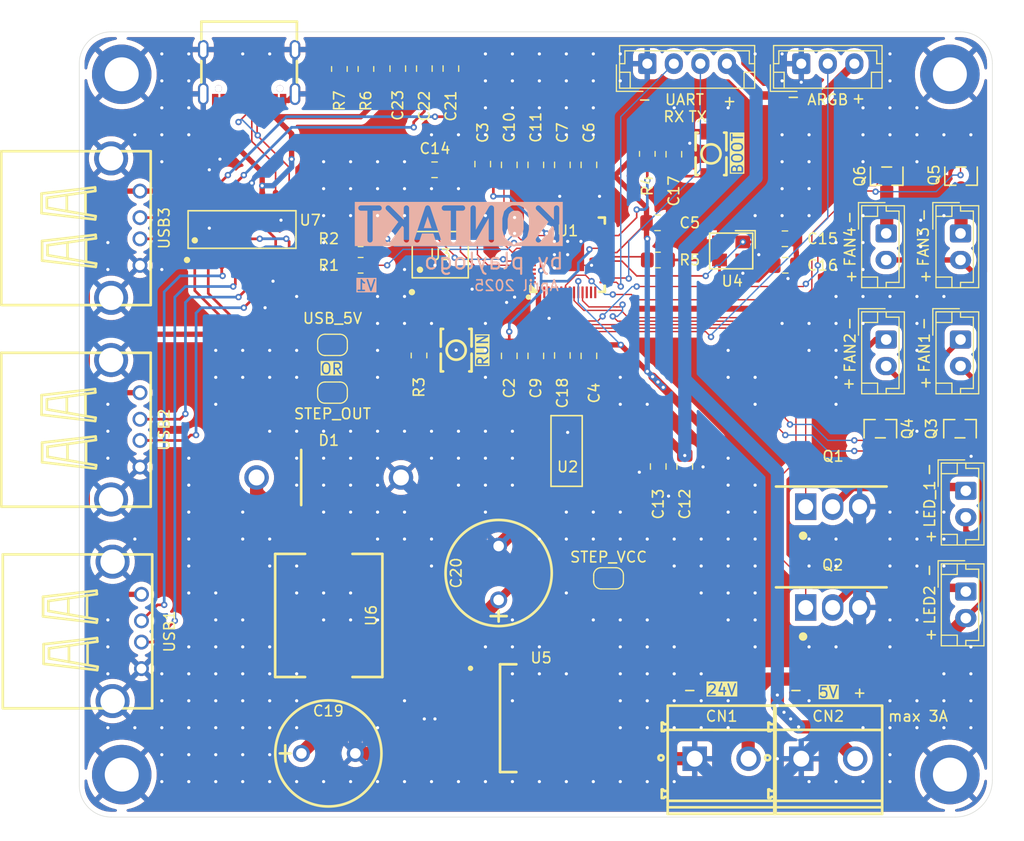
<source format=kicad_pcb>
(kicad_pcb (version 20241229) (generator "pcbnew") (generator_version "9.0")
  (layers (0 "F.Cu" signal) (2 "B.Cu" signal) (13 "F.Paste" user) (15 "B.Paste" user) (5 "F.SilkS" user "F.Silkscreen") (7 "B.SilkS" user "B.Silkscreen") (1 "F.Mask" user) (3 "B.Mask" user) (25 "Edge.Cuts" user))
  (net 0 "")
  (net 1 "GND")
  (net 2 "+1V1")
  (net 3 "+3.3V")
  (net 4 "+5V")
  (net 5 "/rpi/XIN")
  (net 6 "Net-(C16-Pad2)")
  (net 7 "/rpi/RUN")
  (net 8 "Net-(JP2-A)")
  (net 9 "Net-(JP1-A)")
  (net 10 "Net-(U7-VDD18)")
  (net 11 "Net-(U7-VDD33)")
  (net 12 "VBUS")
  (net 13 "VCC")
  (net 14 "Net-(D1-K)")
  (net 15 "/Peripherals/UART_TX")
  (net 16 "/Peripherals/UART_RX")
  (net 17 "Net-(J2-Pin_1)")
  (net 18 "Net-(J3-Pin_1)")
  (net 19 "Net-(J4-Pin_1)")
  (net 20 "/Peripherals/ARGB")
  (net 21 "Net-(J6-Pin_1)")
  (net 22 "Net-(J7-Pin_1)")
  (net 23 "Net-(J8-Pin_1)")
  (net 24 "/Peripherals/LED_1")
  (net 25 "/Peripherals/LED_2")
  (net 26 "/Peripherals/FAN_1")
  (net 27 "/Peripherals/FAN_2")
  (net 28 "/Peripherals/FAN_3")
  (net 29 "/Peripherals/FAN_4")
  (net 30 "Net-(U1-USB_DP)")
  (net 31 "/rpi/USB_D+")
  (net 32 "Net-(U1-USB_DM)")
  (net 33 "/rpi/USB_D-")
  (net 34 "Net-(R3-Pad2)")
  (net 35 "/rpi/QSPI_SS")
  (net 36 "/rpi/XOUT")
  (net 37 "Net-(U8-CC1)")
  (net 38 "Net-(U8-CC2)")
  (net 39 "/rpi/GPIO16")
  (net 40 "/rpi/GPIO29_ADC3")
  (net 41 "/rpi/GPIO22")
  (net 42 "/rpi/QSPI_SD0")
  (net 43 "/rpi/GPIO15")
  (net 44 "/rpi/GPIO17")
  (net 45 "/rpi/SWCLK")
  (net 46 "/rpi/GPIO18")
  (net 47 "/rpi/GPIO20")
  (net 48 "/rpi/GPIO24")
  (net 49 "/rpi/QSPI_SD3")
  (net 50 "/rpi/GPIO11")
  (net 51 "/rpi/QSPI_SD1")
  (net 52 "/rpi/GPIO25")
  (net 53 "/rpi/GPIO21")
  (net 54 "/rpi/QSPI_SCLK")
  (net 55 "/rpi/GPIO28_ADC2")
  (net 56 "/rpi/GPIO10")
  (net 57 "/rpi/GPIO9")
  (net 58 "/rpi/GPIO0")
  (net 59 "/rpi/GPIO26_ADC0")
  (net 60 "/rpi/GPIO23")
  (net 61 "/rpi/GPIO6")
  (net 62 "/rpi/SWD")
  (net 63 "/rpi/GPIO19")
  (net 64 "/rpi/GPIO14")
  (net 65 "/rpi/GPIO27_ADC1")
  (net 66 "/rpi/QSPI_SD2")
  (net 68 "Net-(U7-DM2)")
  (net 69 "Net-(U7-DP2)")
  (net 70 "/usb/D-")
  (net 71 "Net-(U7-DP3)")
  (net 72 "Net-(U7-DP1)")
  (net 73 "Net-(U7-DM3)")
  (net 74 "/usb/D+")
  (net 75 "Net-(U7-DM1)")
  (footprint "Resistor_SMD:R_0805_2012Metric_Pad1.20x1.40mm_HandSolder" (layer "F.Cu") (at 159.5 62 180)
    (property "Reference" "R1")
    (property "Value" "27.4" (hide yes))
  )
  (footprint "easyeda2kicad:SOT-23-3_L3.0-W1.7-P0.95-LS2.9-BR" (layer "F.Cu") (at 209.05 53.6 90)
    (property "Reference" "Q6")
    (property "Value" "IRLML6344" (hide yes))
  )
  (footprint "Resistor_SMD:R_0805_2012Metric_Pad1.20x1.40mm_HandSolder" (layer "F.Cu") (at 187.5 61.5 180)
    (property "Reference" "R5")
    (property "Value" "1k" (hide yes))
  )
  (footprint "Capacitor_SMD:C_0805_2012Metric_Pad1.18x1.45mm_HandSolder" (layer "F.Cu") (at 173.5 70.5375 -90)
    (property "Reference" "C2")
    (property "Value" "100n" (hide yes))
  )
  (footprint "Connector_JST:JST_EH_B2B-EH-A_1x02_P2.50mm_Vertical" (layer "F.Cu") (at 209 69 -90)
    (property "Reference" "J6" (hide yes))
    (property "Value" "FAN2")
  )
  (footprint "Capacitor_SMD:C_0805_2012Metric_Pad1.18x1.45mm_HandSolder" (layer "F.Cu") (at 163 43.4625 90)
    (property "Reference" "C23")
    (property "Value" "10uF" (hide yes))
  )
  (footprint "Capacitor_SMD:C_0805_2012Metric_Pad1.18x1.45mm_HandSolder" (layer "F.Cu") (at 187.53 80.9625 -90)
    (property "Reference" "C13")
    (property "Value" "10u" (hide yes))
  )
  (footprint "MountingHole:MountingHole_3.2mm_M3_DIN965_Pad" (layer "F.Cu") (at 215 110)
    (property "Reference" "H2" (hide yes))
    (property "Value" "MountingHole_Pad" (hide yes))
  )
  (footprint "Capacitor_SMD:C_0805_2012Metric_Pad1.18x1.45mm_HandSolder" (layer "F.Cu") (at 178.5 52.5375 90)
    (property "Reference" "C7")
    (property "Value" "100n" (hide yes))
  )
  (footprint "Capacitor_SMD:C_0805_2012Metric_Pad1.18x1.45mm_HandSolder" (layer "F.Cu") (at 199.5 62 180)
    (property "Reference" "C16")
    (property "Value" "15p" (hide yes))
  )
  (footprint "Connector_JST:JST_EH_B2B-EH-A_1x02_P2.50mm_Vertical" (layer "F.Cu") (at 216 59 -90)
    (property "Reference" "J7" (hide yes))
    (property "Value" "FAN3")
  )
  (footprint "Connector_JST:JST_EH_B3B-EH-A_1x03_P2.50mm_Vertical" (layer "F.Cu") (at 201 43)
    (property "Reference" "J5" (hide yes))
    (property "Value" "ARGB")
  )
  (footprint "easyeda2kicad:LQFN-56_L7.0-W7.0-P0.4-EP" (layer "F.Cu") (at 179 61 90)
    (property "Reference" "U1")
    (property "Value" "RP2040" (hide yes))
  )
  (footprint "Jumper:SolderJumper-2_P1.3mm_Bridged2Bar_RoundedPad1.0x1.5mm" (layer "F.Cu") (at 156.85 74)
    (property "Reference" "JP2" (hide yes))
    (property "Value" "STEP_OUT")
  )
  (footprint "Connector_JST:JST_EH_B2B-EH-A_1x02_P2.50mm_Vertical" (layer "F.Cu") (at 216.5 83.25 -90)
    (property "Reference" "J2" (hide yes))
    (property "Value" "LED_1")
  )
  (footprint "Capacitor_SMD:C_0805_2012Metric_Pad1.18x1.45mm_HandSolder" (layer "F.Cu") (at 190.03 80.9625 -90)
    (property "Reference" "C12")
    (property "Value" "10u" (hide yes))
  )
  (footprint "easyeda2kicad:SOT-23-3_L3.0-W1.7-P0.95-LS2.9-BR" (layer "F.Cu") (at 215.95 77.4 -90)
    (property "Reference" "Q3")
    (property "Value" "IRLML6344" (hide yes))
  )
  (footprint "easyeda2kicad:TO-220AB-3_L10.4-W4.6-P2.54-L" (layer "F.Cu") (at 203.96 84.75)
    (property "Reference" "Q1")
    (property "Value" "IRLB8721PBF-VB" (hide yes))
  )
  (footprint "Connector_JST:JST_EH_B2B-EH-A_1x02_P2.50mm_Vertical" (layer "F.Cu") (at 216 69 -90)
    (property "Reference" "J4" (hide yes))
    (property "Value" "FAN1")
  )
  (footprint "Capacitor_SMD:C_0805_2012Metric_Pad1.18x1.45mm_HandSolder" (layer "F.Cu") (at 181 52.5375 90)
    (property "Reference" "C6")
    (property "Value" "100n" (hide yes))
  )
  (footprint "Resistor_SMD:R_0805_2012Metric_Pad1.20x1.40mm_HandSolder" (layer "F.Cu") (at 160 43.5 90)
    (property "Reference" "R6")
    (property "Value" "5.1k" (hide yes))
  )
  (footprint "Connector_JST:JST_EH_B2B-EH-A_1x02_P2.50mm_Vertical" (layer "F.Cu") (at 209 59 -90)
    (property "Reference" "J8" (hide yes))
    (property "Value" "FAN4")
  )
  (footprint "Jumper:SolderJumper-2_P1.3mm_Open_RoundedPad1.0x1.5mm" (layer "F.Cu") (at 156.85 69.5)
    (property "Reference" "JP3" (hide yes))
    (property "Value" "USB_5V")
  )
  (footprint "Resistor_SMD:R_0805_2012Metric_Pad1.20x1.40mm_HandSolder" (layer "F.Cu") (at 159.5 59.5 180)
    (property "Reference" "R2")
    (property "Value" "27.4" (hide yes))
  )
  (footprint "easyeda2kicad:SW-SMD_L3.9-W2.9-LS5.0" (layer "F.Cu") (at 168.5 70 90)
    (property "Reference" "SW1" (hide yes))
    (property "Value" "GT-TC029A-H020-L1N" (hide yes))
  )
  (footprint "Resistor_SMD:R_0805_2012Metric_Pad1.20x1.40mm_HandSolder" (layer "F.Cu") (at 165 70.5 -90)
    (property "Reference" "R3")
    (property "Value" "1k" (hide yes))
  )
  (footprint "Capacitor_SMD:C_0805_2012Metric_Pad1.18x1.45mm_HandSolder" (layer "F.Cu") (at 166.4625 53)
    (property "Reference" "C14")
    (property "Value" "100n" (hide yes))
  )
  (footprint "Capacitor_SMD:C_0805_2012Metric_Pad1.18x1.45mm_HandSolder" (layer "F.Cu") (at 171 52.4625 90)
    (property "Reference" "C3")
    (property "Value" "1u" (hide yes))
  )
  (footprint "easyeda2kicad:USB-A-TH_USB-A-F-90" (layer "F.Cu") (at 137.36 58.5 -90)
    (property "Reference" "USB3")
    (property "Value" "KH-AF90DIP-112" (hide yes))
  )
  (footprint "MountingHole:MountingHole_3.2mm_M3_DIN965_Pad" (layer "F.Cu") (at 137 110)
    (property "Reference" "H1" (hide yes))
    (property "Value" "MountingHole_Pad" (hide yes))
  )
  (footprint "MountingHole:MountingHole_3.2mm_M3_DIN965_Pad" (layer "F.Cu") (at 215 44)
    (property "Reference" "H3" (hide yes))
    (property "Value" "MountingHole_Pad" (hide yes))
  )
  (footprint "easyeda2kicad:SOIC-8_L5.3-W5.3-P1.27-LS8.0-BL" (layer "F.Cu") (at 167 61)
    (property "Reference" "U3")
    (property "Value" "W25Q128JVSIQ" (hide yes))
  )
  (footprint "MountingHole:MountingHole_3.2mm_M3_DIN965_Pad" (layer "F.Cu") (at 137 44)
    (property "Reference" "H4" (hide yes))
    (property "Value" "MountingHole_Pad" (hide yes))
  )
  (footprint "Capacitor_SMD:C_0805_2012Metric_Pad1.18x1.45mm_HandSolder" (layer "F.Cu") (at 173.5 52.5375 90)
    (property "Reference" "C10")
    (property "Value" "100n" (hide yes))
  )
  (footprint "Connector_JST:JST_EH_B2B-EH-A_1x02_P2.50mm_Vertical" (layer "F.Cu") (at 216.5 92.75 -90)
    (property "Reference" "J3" (hide yes))
    (property "Value" "LED2")
  )
  (footprint "Capacitor_SMD:C_0805_2012Metric_Pad1.18x1.45mm_HandSolder" (layer "F.Cu") (at 187.4625 58)
    (property "Reference" "C5")
    (property "Value" "100n" (hide yes))
  )
  (footprint "easyeda2kicad:SOT-23-3_L3.0-W1.7-P0.95-LS2.9-BR" (layer "F.Cu") (at 216.05 53.6 90)
    (property "Reference" "Q5")
    (property "Value" "IRLML6344" (hide yes))
  )
  (footprint "Capacitor_SMD:C_0805_2012Metric_Pad1.18x1.45mm_HandSolder" (layer "F.Cu") (at 181 70.5375 -90)
    (property "Reference" "C4")
    (property "Value" "100n" (hide yes))
  )
  (footprint "easyeda2kicad:TO-220AB-3_L10.4-W4.6-P2.54-L" (layer "F.Cu") (at 203.96 94.25)
    (property "Reference" "Q2")
    (property "Value" "IRLB8721PBF-VB" (hide yes))
  )
  (footprint "easyeda2kicad:USB-A-TH_USB-A-F-90" (layer "F.Cu") (at 137.5 96.5 -90)
    (property "Reference" "USB1")
    (property "Value" "KH-AF90DIP-112" (hide yes))
  )
  (footprint "easyeda2kicad:DO-27_BD5.3-L8.4-P12.40-D1.3-RD" (layer "F.Cu") (at 156.5 82)
    (property "Reference" "D1")
    (property "Value" "1N5824_C7503125" (hide yes))
  )
  (footprint "easyeda2kicad:SOP-16_L10.0-W3.9-P1.27-LS6.0-BL" (layer "F.Cu") (at 148.33 58.63)
    (property "Reference" "U7")
    (property "Value" "SL2.1A" (hide yes))
  )
  (footprint "easyeda2kicad:SOT-223-3_L6.5-W3.4-P2.30-LS7.0-BR" (layer "F.Cu") (at 179 79.5)
    (property "Reference" "U2")
    (property "Value" "NCP1117ST33T3G" (hide yes))
  )
  (footprint "Resistor_SMD:R_0805_2012Metric_Pad1.20x1.40mm_HandSolder" (layer "F.Cu") (at 186.5 51.5 90)
    (property "Reference" "R4")
    (property "Value" "10k" (hide yes))
  )
  (footprint "easyeda2kicad:USB-A-TH_USB-A-F-90" (layer "F.Cu") (at 137.36 77.5 -90)
    (property "Reference" "USB2")
    (property "Value" "KH-AF90DIP-112" (hide yes))
  )
  (footprint "easyeda2kicad:CAP-TH_BD10.0-P5.00-D1.0-FD" (layer "F.Cu") (at 172.5 91 90)
    (property "Reference" "C20")
    (property "Value" "EEUFR1V681" (hide yes))
  )
  (footprint "Jumper:SolderJumper-2_P1.3mm_Bridged2Bar_RoundedPad1.0x1.5mm" (layer "F.Cu") (at 182.85 91.5)
    (property "Reference" "JP1" (hide yes))
    (property "Value" "STEP_VCC")
  )
  (footprint "easyeda2kicad:CONN-TH_2P-P5.08_DIBO_DB128V-5.08" (layer "F.Cu") (at 193.5 108.5)
    (property "Reference" "CN1")
    (property "Value" "Vin")
  )
  (footprint "Capacitor_SMD:C_0805_2012Metric_Pad1.18x1.45mm_HandSolder" (layer "F.Cu") (at 165.5 43.4625 -90)
    (property "Reference" "C22")
    (property "Value" "10uF" (hide yes))
  )
  (footprint "Capacitor_SMD:C_0805_2012Metric_Pad1.18x1.45mm_HandSolder" (layer "F.Cu") (at 168 43.4625 -90)
    (property "Reference" "C21")
    (property "Value" "10uF" (hide yes))
  )
  (footprint "Capacitor_SMD:C_0805_2012Metric_Pad1.18x1.45mm_HandSolder" (layer "F.Cu") (at 189 51.5375 90)
    (property "Reference" "C17")
    (property "Value" "100n" (hide yes))
  )
  (footprint "easyeda2kicad:CRYSTAL-SMD_4P-L3.2-W2.5-BL" (layer "F.Cu") (at 194.4 60.65 180)
    (property "Reference" "U4" (hide yes))
    (property "Value" "ABM8-272-T3_C20625731" (hide yes))
  )
  (footprint "easyeda2kicad:SOT-23-3_L3.0-W1.7-P0.95-LS2.9-BR" (layer "F.Cu") (at 208.45 77.4 -90)
    (property "Reference" "Q4")
    (property "Value" "IRLML6344" (hide yes))
  )
  (footprint "easyeda2kicad:SW-SMD_L3.9-W2.9-LS5.0" (layer "F.Cu") (at 192.5 51.5 90)
    (property "Reference" "SW2" (hide yes))
    (property "Value" "GT-TC029A-H020-L1N" (hide yes))
  )
  (footprint "Resistor_SMD:R_0805_2012Metric_Pad1.20x1.40mm_HandSolder" (layer "F.Cu") (at 157.5 43.5 90)
    (property "Reference" "R7")
    (property "Value" "5.1k" (hide yes))
  )
  (footprint "easyeda2kicad:USB-C-SMD_G-SWITCH_GT-USB-7010ASV" (layer "F.Cu") (at 149 44.0675 180)
    (property "Reference" "U8" (hide yes))
    (property "Value" "GT-USB-7010ASV" (hide yes))
  )
  (footprint "easyeda2kicad:CAP-TH_BD10.0-P5.00-D1.0-FD" (layer "F.Cu") (at 156.46 108)
    (property "Reference" "C19")
    (property "Value" "EEUEB1V331B" (hide yes))
  )
  (footprint "Capacitor_SMD:C_0805_2012Metric_Pad1.18x1.45mm_HandSolder" (layer "F.Cu") (at 176 52.5375 90)
    (property "Reference" "C11")
    (property "Value" "1u" (hide yes))
  )
  (footprint "Capacitor_SMD:C_0805_2012Metric_Pad1.18x1.45mm_HandSolder" (layer "F.Cu") (at 199.4625 59.5 180)
    (property "Reference" "C15")
    (property "Value" "15p" (hide yes))
  )
  (footprint "Capacitor_SMD:C_0805_2012Metric_Pad1.18x1.45mm_HandSolder" (layer "F.Cu") (at 176 70.5375 -90)
    (property "Reference" "C9")
    (property "Value" "100n" (hide yes))
  )
  (footprint "easyeda2kicad:TO-263-5_L10.2-W8.9-P1.70-TL" (layer "F.Cu") (at 174.49 104.68)
    (property "Reference" "U5")
    (property "Value" "LM2596SX-5.0/NOPB" (hide yes))
  )
  (footprint "Connector_JST:JST_EH_B4B-EH-A_1x04_P2.50mm_Vertical" (layer "F.Cu") (at 186.5 43)
    (property "Reference" "J1" (hide yes))
    (property "Value" "UART")
  )
  (footprint "Capacitor_SMD:C_0805_2012Metric_Pad1.18x1.45mm_HandSolder" (layer "F.Cu") (at 178.5 70.5 -90)
    (property "Reference" "C18")
    (property "Value" "10u" (hide yes))
  )
  (footprint "easyeda2kicad:CONN-TH_2P-P5.08_DIBO_DB128V-5.08" (layer "F.Cu") (at 203.54 108.5)
    (property "Reference" "CN2")
    (property "Value" "5V")
  )
  (footprint "easyeda2kicad:IND-SMD_L11.6-W10.1" (layer "F.Cu") (at 156.5 95 -90)
    (property "Reference" "U6")
    (property "Value" "CYA1050-47UH" (hide yes))
  )
  (gr_line (start 215.5 114) (end 136 114) (stroke (width 0.05)) (layer "Edge.Cuts"))
  (gr_line (start 136 40) (end 216 40) (stroke (width 0.05)) (layer "Edge.Cuts"))
  (gr_line (start 133 111) (end 133 43) (stroke (width 0.05)) (layer "Edge.Cuts"))
  (gr_arc (start 219 110.5) (mid 217.974874 112.974874) (end 215.5 114) (stroke (width 0.05)) (layer "Edge.Cuts"))
  (gr_arc (start 216 40) (mid 218.12132 40.87868) (end 219 43) (stroke (width 0.05)) (layer "Edge.Cuts"))
  (gr_arc (start 133 43) (mid 133.87868 40.87868) (end 136 40) (stroke (width 0.05)) (layer "Edge.Cuts"))
  (gr_line (start 219 43) (end 219 110.5) (stroke (width 0.05)) (layer "Edge.Cuts"))
  (gr_arc (start 136 114) (mid 133.87868 113.12132) (end 133 111) (stroke (width 0.05)) (layer "Edge.Cuts"))
  (gr_text "-" (at 190.5 102 0) (layer "F.SilkS") (effects (font (size 1 1))))
  (gr_text "-" (at 205.5 67.5 90) (layer "F.SilkS") (effects (font (size 1 1))))
  (gr_text "+" (at 213.25 87.5 0) (layer "F.SilkS") (effects (font (size 1 1))))
  (gr_text "-" (at 213 90.75 90) (layer "F.SilkS") (effects (font (size 1 1))))
  (gr_text "TX\n" (at 191.25 48 0) (layer "F.SilkS") (effects (font (size 1 1))))
  (gr_text "+" (at 213.25 96.75 0) (layer "F.SilkS") (effects (font (size 1 1))))
  (gr_text "+" (at 205.75 63 0) (layer "F.SilkS") (effects (font (size 1 1))))
  (gr_text "max 3A" (at 212 104.5 0) (layer "F.SilkS") (effects (font (size 1 1))))
  (gr_text "+" (at 206.5 102.25 0) (layer "F.SilkS") (effects (font (size 1 1))))
  (gr_text "+" (at 212.75 73 0) (layer "F.SilkS") (effects (font (size 1 1))))
  (gr_text "+" (at 205.5 73.11 0) (layer "F.SilkS") (effects (font (size 1 1))))
  (gr_text "-" (at 213 81.25 90) (layer "F.SilkS") (effects (font (size 1 1))))
  (gr_text "OR" (at 156.75 71.75 0) (layer "F.SilkS" knockout) (effects (font (size 1 1))))
  (gr_text "-" (at 200.5 102 0) (layer "F.SilkS") (effects (font (size 1 1))))
  (gr_text "-" (at 186.25 46.5 180) (layer "F.SilkS") (effects (font (size 1 1))))
  (gr_text "-" (at 200.25 46.25 180) (layer "F.SilkS") (effects (font (size 1 1))))
  (gr_text "+" (at 206.39 46.25 0) (layer "F.SilkS") (effects (font (size 1 1))))
  (gr_text "-" (at 212.5 57.25 90) (layer "F.SilkS") (effects (font (size 1 1))))
  (gr_text "-" (at 205.5 57.5 90) (layer "F.SilkS") (effects (font (size 1 1))))
  (gr_text "RX" (at 189 48 0) (layer "F.SilkS") (effects (font (size 1 1))))
  (gr_text "+" (at 212.75 63 0) (layer "F.SilkS") (effects (font (size 1 1))))
  (gr_text "-" (at 212.5 67.5 90) (layer "F.SilkS") (effects (font (size 1 1))))
  (gr_text "+" (at 194.25 46.5 0) (layer "F.SilkS") (effects (font (size 1 1))))
  (gr_text "April 2025" (at 178.25 64.5 0) (layer "B.SilkS") (effects (font (size 1 1)) (justify left bottom mirror)))
  (gr_text "by playlogo" (at 178.75 62.5 0) (layer "B.SilkS") (effects (font (size 1.5 1.5) (thickness 0.2)) (justify left bottom mirror)))
  (gr_text "V1" (at 161 64.5 0) (layer "B.SilkS" knockout) (effects (font (size 1 1)) (justify left bottom mirror)))
  (gr_text "KONTAKT" (at 179 60 0) (layer "B.SilkS" knockout) (effects (font (size 3 3) (thickness 0.5)) (justify left bottom mirror)))
  (segment (start 176.42 108.08) (end 169.48 108.08) (width 1.24) (layer "F.Cu") (net 1))
  (segment (start 180 62) (end 182.55 62) (width 0.127) (layer "F.Cu") (net 1))
  (segment (start 183 108.5) (end 190.96 108.5) (width 1.24) (layer "F.Cu") (net 1))
  (segment (start 200.5375 62.4625) (end 199.75 63.25) (width 0.254) (layer "F.Cu") (net 1))
  (segment (start 179 61) (end 180 62) (width 0.127) (layer "F.Cu") (net 1))
  (segment (start 200.5375 62) (end 200.5375 62.4625) (width 0.254) (layer "F.Cu") (net 1))
  (segment (start 152.7 46.4675) (end 153.32 45.8475) (width 0.5) (layer "F.Cu") (net 1))
  (segment (start 179.5 105) (end 183 108.5) (width 1.24) (layer "F.Cu") (net 1))
  (segment (start 180.5 104) (end 179.5 105) (width 1.24) (layer "F.Cu") (net 1))
  (segment (start 159 108) (end 169.4 108) (width 1.24) (layer "F.Cu") (net 1))
  (segment (start 179.18 104.68) (end 179.5 105) (width 1.24) (layer "F.Cu") (net 1))
  (segment (start 179.16 81.8) (end 172.5 88.46) (width 1.24) (layer "F.Cu") (net 1))
  (segment (start 179.5 105) (end 176.42 108.08) (width 1.24) (layer "F.Cu") (net 1))
  (segment (start 169.48 104.68) (end 179.18 104.68) (width 1.24) (layer "F.Cu") (net 1))
  (segment (start 152.2 46.4675) (end 152.7 46.4675) (width 0.5) (layer "F.Cu") (net 1))
  (segment (start 181.97 81.8) (end 179.16 81.8) (width 1.24) (layer "F.Cu") (net 1))
  (segment (start 180.5 97.5) (end 180.5 104) (width 1.24) (layer "F.Cu") (net 1))
  (segment (start 169.4 108) (end 169.48 108.08) (width 1.24) (layer "F.Cu") (net 1))
  (via (at 201 44.75) (size 0.6) (drill 0.3) (layers "F.Cu" "B.Cu") (net 1))
  (via (at 150.935 105.58) (size 0.6) (drill 0.3) (layers "F.Cu" "B.Cu") (net 1))
  (via (at 194.115 92.88) (size 0.6) (drill 0.3) (layers "F.Cu" "B.Cu") (net 1))
  (via (at 183.955 97.96) (size 0.6) (drill 0.3) (layers "F.Cu" "B.Cu") (net 1))
  (via (at 150.5 66) (size 0.6) (drill 0.3) (layers "F.Cu" "B.Cu") (net 1))
  (via (at 206.815 47.16) (size 0.6) (drill 0.3) (layers "F.Cu" "B.Cu") (net 1))
  (via (at 178.875 47.16) (size 0.6) (drill 0.3) (layers "F.Cu" "B.Cu") (net 1))
  (via (at 180.25 59.75) (size 0.6) (drill 0.3) (layers "F.Cu" "B.Cu") (net 1))
  (via (at 148.395 72.56) (size 0.6) (drill 0.3) (layers "F.Cu" "B.Cu") (net 1))
  (via (at 179 77.75) (size 0.6) (drill 0.3) (layers "F.Cu" "B.Cu") (net 1))
  (via (at 166.175 90.34) (size 0.6) (drill 0.3) (layers "F.Cu" "B.Cu") (net 1))
  (via (at 151.25 63.5) (size 0.6) (drill 0.3) (layers "F.Cu" "B.Cu") (net 1))
  (via (at 189.035 100.5) (size 0.6) (drill 0.3) (layers "F.Cu" "B.Cu") (net 1))
  (via (at 140.775 47.16) (size 0.6) (drill 0.3) (layers "F.Cu" "B.Cu") (net 1))
  (via (at 206.815 49.7) (size 0.6) (drill 0.3) (layers "F.Cu" "B.Cu") (net 1))
  (via (at 216.975 100.5) (size 0.6) (drill 0.3) (layers "F.Cu" "B.Cu") (net 1))
  (via (at 173.795 47.16) (size 0.6) (drill 0.3) (layers "F.Cu" "B.Cu") (net 1))
  (via (at 189.035 47.16) (size 0.6) (drill 0.3) (layers "F.Cu" "B.Cu") (net 1))
  (via (at 153.475 105.58) (size 0.6) (drill 0.3) (layers "F.Cu" "B.Cu") (net 1))
  (via (at 201.735 57.32) (size 0.6) (drill 0.3) (layers "F.Cu" "B.Cu") (net 1))
  (via (at 181.415 110.66) (size 0.6) (drill 0.3) (layers "F.Cu" "B.Cu") (net 1))
  (via (at 140.775 42.08) (size 0.6) (drill 0.3) (layers "F.Cu" "B.Cu") (net 1))
  (via (at 148.395 110.66) (size 0.6) (drill 0.3) (layers "F.Cu" "B.Cu") (net 1))
  (via (at 143.315 82.72) (size 0.6) (drill 0.3) (layers "F.Cu" "B.Cu") (net 1))
  (via (at 171.255 110.66) (size 0.6) (drill 0.3) (layers "F.Cu" "B.Cu") (net 1))
  (via (at 163.635 87.8) (size 0.6) (drill 0.3) (layers "F.Cu" "B.Cu") (net 1))
  (via (at 161.095 67.48) (size 0.6) (drill 0.3) (layers "F.Cu" "B.Cu") (net 1))
  (via (at 158.555 110.66) (size 0.6) (drill 0.3) (layers "F.Cu" "B.Cu") (net 1))
  (via (at 148.395 100.5) (size 0.6) (drill 0.3) (layers "F.Cu" "B.Cu") (net 1))
  (via (at 204.275 110.66) (size 0.6) (drill 0.3) (layers "F.Cu" "B.Cu") (net 1))
  (via (at 181.25 62) (size 0.6) (drill 0.3) (layers "F.Cu" "B.Cu") (net 1))
  (via (at 138.235 87.8) (size 0.6) (drill 0.3) (layers "F.Cu" "B.Cu") (net 1))
  (via (at 166.175 54.78) (size 0.6) (drill 0.3) (layers "F.Cu" "B.Cu") (net 1))
  (via (at 178.875 87.8) (size 0.6) (drill 0.3) (layers "F.Cu" "B.Cu") (net 1))
  (via (at 135.695 100.5) (size 0.6) (drill 0.3) (layers "F.Cu" "B.Cu") (net 1))
  (via (at 135.695 77.64) (size 0.6) (drill 0.3) (layers "F.Cu" "B.Cu") (net 1))
  (via (at 163.635 67.48) (size 0.6) (drill 0.3) (layers "F.Cu" "B.Cu") (net 1))
  (via (at 171.255 77.64) (size 0.6) (drill 0.3) (layers "F.Cu" "B.Cu") (net 1))
  (via (at 189.035 87.8) (size 0.6) (drill 0.3) (layers "F.Cu" "B.Cu") (net 1))
  (via (at 153.475 103.04) (size 0.6) (drill 0.3) (layers "F.Cu" "B.Cu") (net 1))
  (via (at 158.555 85.26) (size 0.6) (drill 0.3) (layers "F.Cu" "B.Cu") (net 1))
  (via (at 204.275 64.94) (size 0.6) (drill 0.3) (layers "F.Cu" "B.Cu") (net 1))
  (via (at 183.955 110.66) (size 0.6) (drill 0.3) (layers "F.Cu" "B.Cu") (net 1))
  (via (at 163.635 77.64) (size 0.6) (drill 0.3) (layers "F.Cu" "B.Cu") (net 1))
  (via (at 143.315 85.26) (size 0.6) (drill 0.3) (layers "F.Cu" "B.Cu") (net 1))
  (via (at 143.315 47.16) (size 0.6) (drill 0.3) (layers "F.Cu" "B.Cu") (net 1))
  (via (at 214.435 90.34) (size 0.6) (drill 0.3) (layers "F.Cu" "B.Cu") (net 1))
  (via (at 206.815 105.58) (size 0.6) (drill 0.3) (layers "F.Cu" "B.Cu") (net 1))
  (via (at 176.335 47.16) (size 0.6) (drill 0.3) (layers "F.Cu" "B.Cu") (net 1))
  (via (at 196.655 82.72) (size 0.6) (drill 0.3) (layers "F.Cu" "B.Cu") (net 1))
  (via (at 194.115 87.8) (size 0.6) (drill 0.3) (layers "F.Cu" "B.Cu") (net 1))
  (via (at 168.715 82.72) (size 0.6) (drill 0.3) (layers "F.Cu" "B.Cu") (net 1))
  (via (at 201.735 52.24) (size 0.6) (drill 0.3) (layers "F.Cu" "B.Cu") (net 1))
  (via (at 135.695 62.4) (size 0.6) (drill 0.3) (layers "F.Cu" "B.Cu") (net 1))
  (via (at 173.795 82.72) (size 0.6) (drill 0.3) (layers "F.Cu" "B.Cu") (net 1))
  (via (at 191.575 100.5) (size 0.6) (drill 0.3) (layers "F.Cu" "B.Cu") (net 1))
  (via (at 148.395 42.08) (size 0.6) (drill 0.3) (layers "F.Cu" "B.Cu") (net 1))
  (via (at 204.275 87.8) (size 0.6) (drill 0.3) (layers "F.Cu" "B.Cu") (net 1))
  (via (at 209.355 90.34) (size 0.6) (drill 0.3) (layers "F.Cu" "B.Cu") (net 1))
  (via (at 186.495 95.42) (size 0.6) (drill 0.3) (layers "F.Cu" "B.Cu") (net 1))
  (via (at 140.775 52.24) (size 0.6) (drill 0.3) (layers "F.Cu" "B.Cu") (net 1))
  (via (at 204.275 67.48) (size 0.6) (drill 0.3) (layers "F.Cu" "B.Cu") (net 1))
  (via (at 211.895 49.7) (size 0.6) (drill 0.3) (layers "F.Cu" "B.Cu") (net 1))
  (via (at 153.475 80.18) (size 0.6) (drill 0.3) (layers "F.Cu" "B.Cu") (net 1))
  (via (at 212.25 59) (size 0.6) (drill 0.3) (layers "F.Cu" "B.Cu") (net 1))
  (via (at 153.475 100.5) (size 0.6) (drill 0.3) (layers "F.Cu" "B.Cu") (net 1))
  (via (at 156.015 85.26) (size 0.6) (drill 0.3) (layers "F.Cu" "B.Cu") (net 1))
  (via (at 163.635 52.24) (size 0.6) (drill 0.3) (layers "F.Cu" "B.Cu") (net 1))
  (via (at 148.395 97.96) (size 0.6) (drill 0.3) (layers "F.Cu" "B.Cu") (net 1))
  (via (at 199.195 49.7) (size 0.6) (drill 0.3) (layers "F.Cu" "B.Cu") (net 1))
  (via (at 166.175 87.8) (size 0.6) (drill 0.3) (layers "F.Cu" "B.Cu") (net 1))
  (via (at 211.895 95.42) (size 0.6) (drill 0.3) (layers "F.Cu" "B.Cu") (net 1))
  (via (at 145.855 92.88) (size 0.6) (drill 0.3) (layers "F.Cu" "B.Cu") (net 1))
  (via (at 185.75 81.5) (size 0.6) (drill 0.3) (layers "F.Cu" "B.Cu") (net 1))
  (via (at 145.25 53) (size 0.6) (drill 0.3) (layers "F.Cu" "B.Cu") (net 1))
  (via (at 209.355 49.7) (size 0.6) (drill 0.3) (layers "F.Cu" "B.Cu") (net 1))
  (via (at 190.5 50.5) (size 0.6) (drill 0.3) (layers "F.Cu" "B.Cu") (net 1))
  (via (at 165.5 104.75) (size 0.6) (drill 0.3) (layers "F.Cu" "B.Cu") (net 1))
  (via (at 194.115 90.34) (size 0.6) (drill 0.3) (layers "F.Cu" "B.Cu") (net 1))
  (via (at 145.855 75.1) (size 0.6) (drill 0.3) (layers "F.Cu" "B.Cu") (net 1))
  (via (at 178.875 92.88) (size 0.6) (drill 0.3) (layers "F.Cu" "B.Cu") (net 1))
  (via (at 153.475 77.64) (size 0.6) (drill 0.3) (layers "F.Cu" "B.Cu") (net 1))
  (via (at 145.25 58.5) (size 0.6) (drill 0.3) (layers "F.Cu" "B.Cu") (net 1))
  (via (at 212.25 60.25) (size 0.6) (drill 0.3) (layers "F.Cu" "B.Cu") (net 1))
  (via (at 194.115 80.18) (size 0.6) (drill 0.3) (layers "F.Cu" "B.Cu") (net 1))
  (via (at 179 59.75) (size 0.6) (drill 0.3) (layers "F.Cu" "B.Cu") (net 1))
  (via (at 150.935 100.5) (size 0.6) (drill 0.3) (layers "F.Cu" "B.Cu") (net 1))
  (via (at 176.335 100.5) (size 0.6) (drill 0.3) (layers "F.Cu" "B.Cu") (net 1))
  (via (at 199.195 44.62) (size 0.6) (drill 0.3) (layers "F.Cu" "B.Cu") (net 1))
  (via (at 161.095 85.26) (size 0.6) (drill 0.3) (layers "F.Cu" "B.Cu") (net 1))
  (via (at 174 57.5) (size 0.6) (drill 0.3) (layers "F.Cu" "B.Cu") (net 1))
  (via (at 158.555 54.78) (size 0.6) (drill 0.3) (layers "F.Cu" "B.Cu") (net 1))
  (via (at 168.715 80.18) (size 0.6) (drill 0.3) (layers "F.Cu" "B.Cu") (net 1))
  (via (at 173.795 80.18) (size 0.6) (drill 0.3) (layers "F.Cu" "B.Cu") (net 1))
  (via (at 194.115 82.72) (size 0.6) (drill 0.3) (layers "F.Cu" "B.Cu") (net 1))
  (via (at 216.975 105.58) (size 0.6) (drill 0.3) (layers "F.Cu" "B.Cu") (net 1))
  (via (at 211.895 70.02) (size 0.6) (drill 0.3) (layers "F.Cu" "B.Cu") (net 1))
  (via (at 206.815 67.48) (size 0.6) (drill 0.3) (layers "F.Cu" "B.Cu") (net 1))
  (via (at 181.415 87.8) (size 0.6) (drill 0.3) (layers "F.Cu" "B.Cu") (net 1))
  (via (at 153.475 92.88) (size 0.6) (drill 0.3) (layers "F.Cu" "B.Cu") (net 1))
  (via (at 171.25 70) (size 0.6) (drill 0.3) (layers "F.Cu" "B.Cu") (net 1))
  (via (at 216.975 103.04) (size 0.6) (drill 0.3) (layers "F.Cu" "B.Cu") (net 1))
  (via (at 196.655 75.1) (size 0.6) (drill 0.3) (layers "F.Cu" "B.Cu") (net 1))
  (via (at 166.175 110.66) (size 0.6) (drill 0.3) (layers "F.Cu" "B.Cu") (net 1))
  (via (at 214.435 49.7) (size 0.6) (drill 0.3) (layers "F.Cu" "B.Cu") (net 1))
  (via (at 176.335 87.8) (size 0.6) (drill 0.3) (layers "F.Cu" "B.Cu") (net 1))
  (via (at 173.795 97.96) (size 0.6) (drill 0.3) (layers "F.Cu" "B.Cu") (net 1))
  (via (at 211.895 64.94) (size 0.6) (drill 0.3) (layers "F.Cu" "B.Cu") (net 1))
  (via (at 153.475 90.34) (size 0.6) (drill 0.3) (layers "F.Cu" "B.Cu") (net 1))
  (via (at 161.095 57.32) (size 0.6) (drill 0.3) (layers "F.Cu" "B.Cu") (net 1))
  (via (at 181.415 95.42) (size 0.6) (drill 0.3) (layers "F.Cu" "B.Cu") (net 1))
  (via (at 181.415 44.62) (size 0.6) (drill 0.3) (layers "F.Cu" "B.Cu") (net 1))
  (via (at 194.115 95.42) (size 0.6) (drill 0.3) (layers "F.Cu" "B.Cu") (net 1))
  (via (at 214.435 105.58) (size 0.6) (drill 0.3) (layers "F.Cu" "B.Cu") (net 1))
  (via (at 145.855 97.96) (size 0.6) (drill 0.3) (layers "F.Cu" "B.Cu") (net 1))
  (via (at 148.395 70.02) (size 0.6) (drill 0.3) (layers "F.Cu" "B.Cu") (net 1))
  (via (at 181.415 85.26) (size 0.6) (drill 0.3) (layers "F.Cu" "B.Cu") (net 1))
  (via (at 201.735 67.48) (size 0.6) (drill 0.3) (layers "F.Cu" "B.Cu") (net 1))
  (via (at 204.275 72.56) (size 0.6) (drill 0.3) (layers "F.Cu" "B.Cu") (net 1))
  (via (at 178.875 44.62) (size 0.6) (drill 0.3) (layers "F.Cu" "B.Cu") (net 1))
  (via (at 166.5 104.75) (size 0.6) (drill 0.3) (layers "F.Cu" "B.Cu") (net 1))
  (via (at 199.195 42.08) (size 0.6) (drill 0.3) (layers "F.Cu" "B.Cu") (net 1))
  (via (at 170 64.25) (size 0.6) (drill 0.3) (layers "F.Cu" "B.Cu") (net 1))
  (via (at 196.655 85.26) (size 0.6) (drill 0.3) (layers "F.Cu" "B.Cu") (net 1))
  (via (at 216.975 49.7) (size 0.6) (drill 0.3) (layers "F.Cu" "B.Cu") (net 1))
  (via (at 211.895 105.58) (size 0.6) (drill 0.3) (layers "F.Cu" "B.Cu") (net 1))
  (via (at 176.335 44.62) (size 0.6) (drill 0.3) (layers "F.Cu" "B.Cu") (net 1))
  (via (at 153.475 72.56) (size 0.6) (drill 0.3) (layers "F.Cu" "B.Cu") (net 1))
  (via (at 206.815 62.4) (size 0.6) (drill 0.3) (layers "F.Cu" "B.Cu") (net 1))
  (via (at 186.495 110.66) (size 0.6) (drill 0.3) (layers "F.Cu" "B.Cu") (net 1))
  (via (at 191.575 87.8) (size 0.6) (drill 0.3) (layers "F.Cu" "B.Cu") (net 1))
  (via (at 199.75 63.25) (size 0.6) (drill 0.3) (layers "F.Cu" "B.Cu") (net 1))
  (via (at 211.895 47.16) (size 0.6) (drill 0.3) (layers "F.Cu" "B.Cu") (net 1))
  (via (at 135.695 59.86) (size 0.6) (drill 0.3) (layers "F.Cu" "B.Cu") (net 1))
  (via (at 156.015 82.72) (size 0.6) (drill 0.3) (layers "F.Cu" "B.Cu") (net 1))
  (via (at 140.775 49.7) (size 0.6) (drill 0.3) (layers "F.Cu" "B.Cu") (net 1))
  (via (at 176.335 42.08) (size 0.6) (drill 0.3) (layers "F.Cu" "B.Cu") (net 1))
  (via (at 201.735 70.02) (size 0.6) (drill 0.3) (layers "F.Cu" "B.Cu") (net 1))
  (via (at 178.875 85.26) (size 0.6) (drill 0.3) (layers "F.Cu" "B.Cu") (net 1))
  (via (at 191.575 103.04) (size 0.6) (drill 0.3) (layers "F.Cu" "B.Cu") (net 1))
  (via (at 148.395 87.8) (size 0.6) (drill 0.3) (layers "F.Cu" "B.Cu") (net 1))
  (via (at 150.935 72.56) (size 0.6) (drill 0.3) (layers "F.Cu" "B.Cu") (net 1))
  (via (at 196.655 95.42) (size 0.6) (drill 0.3) (layers "F.Cu" "B.Cu") (net 1))
  (via (at 150.935 108.12) (size 0.6) (drill 0.3) (layers "F.Cu" "B.Cu") (net 1))
  (via (at 145.855 103.04) (size 0.6) (drill 0.3) (layers "F.Cu" "B.Cu") (net 1))
  (via (at 171.255 57.32) (size 0.6) (drill 0.3) (layers "F.Cu" "B.Cu") (net 1))
  (via (at 209.355 44.62) (size 0.6) (drill 0.3) (layers "F.Cu" "B.Cu") (net 1))
  (via (at 150.935 90.34) (size 0.6) (drill 0.3) (layers "F.Cu" "B.Cu") (net 1))
  (via (at 156.015 52.24) (size 0.6) (drill 0.3) (layers "F.Cu" "B.Cu") (net 1))
  (via (at 173.795 77.64) (size 0.6) (drill 0.3) (layers "F.Cu" "B.Cu") (net 1))
  (via (at 177.75 59.75) (size 0.6) (drill 0.3) (layers "F.Cu" "B.Cu") (net 1))
  (via (at 145.855 72.56) (size 0.6) (drill 0.3) (layers "F.Cu" "B.Cu") (net 1))
  (via (at 135.695 80.18) (size 0.6) (drill 0.3) (layers "F.Cu" "B.Cu") (net 1))
  (via (at 178.875 42.08) (size 0.6) (drill 0.3) (layers "F.Cu" "B.Cu") (net 1))
  (via (at 201.735 87.8) (size 0.6) (drill 0.3) (layers "F.Cu" "B.Cu") (net 1))
  (via (at 156.015 92.88) (size 0.6) (drill 0.3) (layers "F.Cu" "B.Cu") (net 1))
  (via (at 168.5 70) (size 0.6) (drill 0.3) (layers "F.Cu" "B.Cu") (net 1))
  (via (at 150.935 70.02) (size 0.6) (drill 0.3) (layers "F.Cu" "B.Cu") (net 1))
  (via (at 209.355 103.04) (size 0.6) (drill 0.3) (layers "F.Cu" "B.Cu") (net 1))
  (via (at 161.095 87.8) (size 0.6) (drill 0.3) (layers "F.Cu" "B.Cu") (net 1))
  (via (at 173.795 49.7) (size 0.6) (drill 0.3) (layers "F.Cu" "B.Cu") (net 1))
  (via (at 189.035 105.58) (size 0.6) (drill 0.3) (layers "F.Cu" "B.Cu") (net 1))
  (via (at 196.655 90.34) (size 0.6) (drill 0.3) (layers "F.Cu" "B.Cu") (net 1))
  (via (at 153.475 110.66) (size 0.6) (drill 0.3) (layers "F.Cu" "B.Cu") (net 1))
  (via (at 204.275 62.4) (size 0.6) (drill 0.3) (layers "F.Cu" "B.Cu") (net 1))
  (via (at 176.335 110.66) (size 0.6) (drill 0.3) (layers "F.Cu" "B.Cu") (net 1))
  (via (at 140.775 108.12) (size 0.6) (drill 0.3) (layers "F.Cu" "B.Cu") (net 1))
  (via (at 161.095 64.94) (size 0.6) (drill 0.3) (layers "F.Cu" "B.Cu") (net 1))
  (via (at 135.695 75.1) (size 0.6) (drill 0.3) (layers "F.Cu" "B.Cu") (net 1))
  (via (at 161.095 105.58) (size 0.6) (drill 0.3) (layers "F.Cu" "B.Cu") (net 1))
  (via (at 177.75 61) (size 0.6) (drill 0.3) (layers "F.Cu" "B.Cu") (net 1))
  (via (at 198.75 108.5) (size 0.6) (drill 0.3) (layers "F.Cu" "B.Cu") (net 1))
  (via (at 186.495 105.58) (size 0.6) (drill 0.3) (layers "F.Cu" "B.Cu") (net 1))
  (via (at 183.955 95.42) (size 0.6) (drill 0.3) (layers "F.Cu" "B.Cu") (net 1))
  (via (at 183.955 103.04) (size 0.6) (drill 0.3) (layers "F.Cu" "B.Cu") (net 1))
  (via (at 138.235 105.58) (size 0.6) (drill 0.3) (layers "F.Cu" "B.Cu") (net 1))
  (via (at 140.775 103.04) (size 0.6) (drill 0.3) (layers "F.Cu" "B.Cu") (net 1))
  (via (at 201.735 54.78) (size 0.6) (drill 0.3) (layers "F.Cu" "B.Cu") (net 1))
  (via (at 211.895 85.26) (size 0.6) (drill 0.3) (layers "F.Cu" "B.Cu") (net 1))
  (via (at 214.435 85.26) (size 0.6) (drill 0.3) (layers "F.Cu" "B.Cu") (net 1))
  (via (at 148.395 105.58) (size 0.6) (drill 0.3) (layers "F.Cu" "B.Cu") (net 1))
  (via (at 161.095 110.66) (size 0.6) (drill 0.3) (layers "F.Cu" "B.Cu") (net 1))
  (via (at 177.25 67) (size 0.6) (drill 0.3) (layers "F.Cu" "B.Cu") (net 1))
  (via (at 161.095 52.24) (size 0.6) (drill 0.3) (layers "F.Cu" "B.Cu") (net 1))
  (via (at 150.935 77.64) (size 0.6) (drill 0.3) (layers "F.Cu" "B.Cu") (net 1))
  (via (at 206.815 110.66) (size 0.6) (drill 0.3) (layers "F.Cu" "B.Cu") (net 1))
  (via (at 206.815 57.32) (size 0.6) (drill 0.3) (layers "F.Cu" "B.Cu") (net 1))
  (via (at 143.315 100.5) (size 0.6) (drill 0.3) (layers "F.Cu" "B.Cu") (net 1))
  (via (at 140.775 105.58) (size 0.6) (drill 0.3) (layers "F.Cu" "B.Cu") (net 1))
  (via (at 156.015 77.64) (size 0.6) (drill 0.3) (layers "F.Cu" "B.Cu") (net 1))
  (via (at 196.655 87.8) (size 0.6) (drill 0.3) (layers "F.Cu" "B.Cu") (net 1))
  (via (at 171.255 49.7) (size 0.6) (drill 0.3) (layers "F.Cu" "B.Cu") (net 1))
  (via (at 183.955 75.1) (size 0.6) (drill 0.3) (layers "F.Cu" "B.Cu") (net 1))
  (via (at 191.575 92.88) (size 0.6) (drill 0.3) (layers "F.Cu" "B.Cu") (net 1))
  (via (at 178.875 100.5) (size 0.6) (drill 0.3) (layers "F.Cu" "B.Cu") (net 1))
  (via (at 209.355 42.08) (size 0.6) (drill 0.3) (layers "F.Cu" "B.Cu") (net 1))
  (via (at 216.975 97.96) (size 0.6) (drill 0.3) (layers "F.Cu" "B.Cu") (net 1))
  (via (at 214.435 100.5) (size 0.6) (drill 0.3) (layers "F.Cu" "B.Cu") (net 1))
  (via (at 138.235 49.7) (size 0.6) (drill 0.3) (layers "F.Cu" "B.Cu") (net 1))
  (via (at 209.355 85.26) (size 0.6) (drill 0.3) (layers "F.Cu" "B.Cu") (net 1))
  (via (at 143.315 80.18) (size 0.6) (drill 0.3) (layers "F.Cu" "B.Cu") (net 1))
  (via (at 156.015 80.18) (size 0.6) (drill 0.3) (layers "F.Cu" "B.Cu") (net 1))
  (via (at 214.435 103.04) (size 0.6) (drill 0.3) (layers "F.Cu" "B.Cu") (net 1))
  (via (at 145.855 110.66) (size 0.6) (drill 0.3) (layers "F.Cu" "B.Cu") (net 1))
  (via (at 171.255 82.72) (size 0.6) (drill 0.3) (layers "F.Cu" "B.Cu") (net 1))
  (via (at 199.195 57.32) (size 0.6) (drill 0.3) (layers "F.Cu" "B.Cu") (net 1))
  (via (at 183.955 72.56) (size 0.6) (drill 0.3) (layers "F.Cu" "B.Cu") (net 1))
  (via (at 158.555 52.24) (size 0.6) (drill 0.3) (layers "F.Cu" "B.Cu") (net 1))
  (via (at 168.715 54.78) (size 0.6) (drill 0.3) (layers "F.Cu" "B.Cu") (net 1))
  (via (at 135.695 95.42) (size 0.6) (drill 0.3) (layers "F.Cu" "B.Cu") (net 1))
  (via (at 201.735 110.66) (size 0.6) (drill 0.3) (layers "F.Cu" "B.Cu") (net 1))
  (via (at 195.5 62.75) (size 0.6) (drill 0.3) (layers "F.Cu" "B.Cu") (net 1))
  (via (at 209.355 110.66) (size 0.6) (drill 0.3) (layers "F.Cu" "B.Cu") (net 1))
  (via (at 145.855 70.02) (size 0.6) (drill 0.3) (layers "F.Cu" "B.Cu") (net 1))
  (via (at 214.435 57.32) (size 0.6) (drill 0.3) (layers "F.Cu" "B.Cu") (net 1))
  (via (at 176.335 49.7) (size 0.6) (drill 0.3) (layers "F.Cu" "B.Cu") (net 1))
  (via (at 212.25 57.75) (size 0.6) (drill 0.3) (layers "F.Cu" "B.Cu") (net 1))
  (via (at 191.75 81) (size 0.6) (drill 0.3) (layers "F.Cu" "B.Cu") (net 1))
  (via (at 196.655 97.96) (size 0.6) (drill 0.3) (layers "F.Cu" "B.Cu") (net 1))
  (via (at 143.315 97.96) (size 0.6) (drill 0.3) (layers "F.Cu" "B.Cu") (net 1))
  (via (at 196.655 72.56) (size 0.6) (drill 0.3) (layers "F.Cu" "B.Cu") (net 1))
  (via (at 148.395 108.12) (size 0.6) (drill 0.3) (layers "F.Cu" "B.Cu") (net 1))
  (via (at 211.895 52.24) (size 0.6) (drill 0.3) (layers "F.Cu" "B.Cu") (net 1))
  (via (at 143.315 92.88) (size 0.6) (drill 0.3) (layers "F.Cu" "B.Cu") (net 1))
  (via (at 201.735 49.7) (size 0.6) (drill 0.3) (layers "F.Cu" "B.Cu") (net 1))
  (via (at 183.955 100.5) (size 0.6) (drill 0.3) (layers "F.Cu" "B.Cu") (net 1))
  (via (at 196.655 92.88) (size 0.6) (drill 0.3) (layers "F.Cu" "B.Cu") (net 1))
  (via (at 150.935 103.04) (size 0.6) (drill 0.3) (layers "F.Cu" "B.Cu") (net 1))
  (via (at 156.015 59.86) (size 0.6) (drill 0.3) (layers "F.Cu" "B.Cu") (net 1))
  (via (at 181.415 42.08) (size 0.6) (drill 0.3) (layers "F.Cu" "B.Cu") (net 1))
  (via (at 183.955 44.62) (size 0.6) (drill 0.3) (layers "F.Cu" "B.Cu") (net 1))
  (via (at 143.315 42.08) (size 0.6) (drill 0.3) (layers "F.Cu" "B.Cu") (net 1))
  (via (at 204.275 70.02) (size 0.6) (drill 0.3) (layers "F.Cu" "B.Cu") (net 1))
  (via (at 191.575 105.58) (size 0.6) (drill 0.3) (layers "F.Cu" "B.Cu") (net 1))
  (via (at 143.315 90.34) (size 0.6) (drill 0.3) (layers "F.Cu" "B.Cu") (net 1))
  (via (at 204.275 59.86) (size 0.6) (drill 0.3) (layers "F.Cu" "B.Cu") (net 1))
  (via (at 163.635 110.66) (size 0.6) (drill 0.3) (layers "F.Cu" "B.Cu") (net 1))
  (via (at 204.275 75.1) (size 0.6) (drill 0.3) (layers "F.Cu" "B.Cu") (net 1))
  (via (at 209.355 97.96) (size 0.6) (drill 0.3) (layers "F.Cu" "B.Cu") (net 1))
  (via (at 194.115 70.02) (size 0.6) (drill 0.3) (layers "F.Cu" "B.Cu") (net 1))
  (via (at 179 61) (size 0.6) (drill 0.3) (layers "F.Cu" "B.Cu") (net 1))
  (via (at 143.315 108.12) (size 0.6) (drill 0.3) (layers "F.Cu" "B.Cu") (net 1))
  (via (at 173.25 65.5) (size 0.6) (drill 0.3) (layers "F.Cu" "B.Cu") (net 1))
  (via (at 209.355 105.58) (size 0.6) (drill 0.3) (layers "F.Cu" "B.Cu") (net 1))
  (via (at 178.875 49.7) (size 0.6) (drill 0.3) (layers "F.Cu" "B.Cu") (net 1))
  (via (at 156.015 54.78) (size 0.6) (drill 0.3) (layers "F.Cu" "B.Cu") (net 1))
  (via (at 158.555 57.32) (size 0.6) (drill 0.3) (layers "F.Cu" "B.Cu") (net 1))
  (via (at 145.855 108.12) (size 0.6) (drill 0.3) (layers "F.Cu" "B.Cu") (net 1))
  (via (at 171.255 67.48) (size 0.6) (drill 0.3) (layers "F.Cu" "B.Cu") (net 1))
  (via (at 189.035 90.34) (size 0.6) (drill 0.3) (layers "F.Cu" "B.Cu") (net 1))
  (via (at 201.735 90.34) (size 0.6) (drill 0.3) (layers "F.Cu" "B.Cu") (net 1))
  (via (at 201.735 103.04) (size 0.6) (drill 0.3) (layers "F.Cu" "B.Cu") (net 1))
  (via (at 135.695 97.96) (size 0.6) (drill 0.3) (layers "F.Cu" "B.Cu") (net 1))
  (via (at 148.395 103.04) (size 0.6) (drill 0.3) (layers "F.Cu" "B.Cu") (net 1))
  (via (at 156.015 57.32) (size 0.6) (drill 0.3) (layers "F.Cu" "B.Cu") (net 1))
  (via (at 166.175 80.18) (size 0.6) (drill 0.3) (layers "F.Cu" "B.Cu") (net 1))
  (via (at 173.795 42.08) (size 0.6) (drill 0.3) (layers "F.Cu" "B.Cu") (net 1))
  (via (at 161.095 70.02) (size 0.6) (drill 0.3) (layers "F.Cu" "B.Cu") (net 1))
  (via (at 163.635 64.94) (size 0.6) (drill 0.3) (layers "F.Cu" "B.Cu") (net 1))
  (via (at 182 55.5) (size 0.6) (drill 0.3) (layers "F.Cu" "B.Cu") (net 1))
  (via (at 181.415 47.16) (size 0.6) (drill 0.3) (layers "F.Cu" "B.Cu") (net 1))
  (via (at 150.935 110.66) (size 0.6) (drill 0.3) (layers "F.Cu" "B.Cu") (net 1))
  (via (at 161.095 95.42) (size 0.6) (drill 0.3) (layers "F.Cu" "B.Cu") (net 1))
  (via (at 197 61) (size 0.6) (drill 0.3) (layers "F.Cu" "B.Cu") (net 1))
  (via (at 145.855 105.58) (size 0.6) (drill 0.3) (layers "F.Cu" "B.Cu") (net 1))
  (via (at 150.935 97.96) (size 0.6) (drill 0.3) (layers "F.Cu" "B.Cu") (net 1))
  (via (at 211.895 77.64) (size 0.6) (drill 0.3) (layers "F.Cu" "B.Cu") (net 1))
  (via (at 166.175 77.64) (size 0.6) (drill 0.3) (layers "F.Cu" "B.Cu") (net 1))
  (via (at 149.25 54.25) (size 0.6) (drill 0.3) (layers "F.Cu" "B.Cu") (net 1))
  (via (at 189.035 103.04) (size 0.6) (drill 0.3) (layers "F.Cu" "B.Cu") (net 1))
  (via (at 209.355 95.42) (size 0.6) (drill 0.3) (layers "F.Cu" "B.Cu") (net 1))
  (via (at 173.795 100.5) (size 0.6) (drill 0.3) (layers "F.Cu" "B.Cu") (net 1))
  (via (at 206.815 59.86) (size 0.6) (drill 0.3) (layers "F.Cu" "B.Cu") (net 1))
  (via (at 194.115 105.58) (size 0.6) (drill 0.3) (layers "F.Cu" "B.Cu") (net 1))
  (via (at 171.255 85.26) (size 0.6) (drill 0.3) (layers "F.Cu" "B.Cu") (net 1))
  (via (at 183.955 42.08) (size 0.6) (drill 0.3) (layers "F.Cu" "B.Cu") (net 1))
  (via (at 143.315 110.66) (size 0.6) (drill 0.3) (layers "F.Cu" "B.Cu") (net 1))
  (via (at 146.25 52) (size 0.6) (drill 0.3) (layers "F.Cu" "B.Cu") (net 1))
  (via (at 156.015 62.4) (size 0.6) (drill 0.3) (layers "F.Cu" "B.Cu") (net 1))
  (via (at 158.555 95.42) (size 0.6) (drill 0.3) (layers "F.Cu" "B.Cu") (net 1))
  (via (at 186.495 103.04) (size 0.6) (drill 0.3) (layers "F.Cu" "B.Cu") (net 1))
  (via (at 178.25 55.5) (size 0.6) (drill 0.3) (layers "F.Cu" "B.Cu") (net 1))
  (via (at 171.255 42.08) (size 0.6) (drill 0.3) (layers "F.Cu" "B.Cu") (net 1))
  (via (at 171.255 97.96) (size 0.6) (drill 0.3) (layers "F.Cu" "B.Cu") (net 1))
  (via (at 171.255 47.16) (size 0.6) (drill 0.3) (layers "F.Cu" "B.Cu") (net 1))
  (via (at 143.315 44.62) (size 0.6) (drill 0.3) (layers "F.Cu" "B.Cu") (net 1))
  (via (at 150.935 87.8) (size 0.6) (drill 0.3) (layers "F.Cu" "B.Cu") (net 1))
  (via (at 173.795 110.66) (size 0.6) (drill 0.3) (layers "F.Cu" "B.Cu") (net 1))
  (via (at 209.355 87.8) (size 0.6) (drill 0.3) (layers "F.Cu" "B.Cu") (net 1))
  (via (at 158.555 77.64) (size 0.6) (drill 0.3) (layers "F.Cu" "B.Cu") (net 1))
  (via (at 209.355 47.16) (size 0.6) (drill 0.3) (layers "F.Cu" "B.Cu") (net 1))
  (via (at 145.855 95.42) (size 0.6) (drill 0.3) (layers "F.Cu" "B.Cu") (net 1))
  (via (at 183.955 85.26) (size 0.6) (drill 0.3) (layers "F.Cu" "B.Cu") (net 1))
  (via (at 161.095 82.72) (size 0.6) (drill 0.3) (layers "F.Cu" "B.Cu") (net 1))
  (via (at 201.735 97.96) (size 0.6) (drill 0.3) (layers "F.Cu" "B.Cu") (net 1))
  (via (at 211.895 67.48) (size 0.6) (drill 0.3) (layers "F.Cu" "B.Cu") (net 1))
  (via (at 196.655 57.32) (size 0.6) (drill 0.3) (layers "F.Cu" "B.Cu") (net 1))
  (via (at 166.175 49.7) (size 0.6) (drill 0.3) (layers "F.Cu" "B.Cu") (net 1))
  (via (at 191.575 90.34) (size 0.6) (drill 0.3) (layers "F.Cu" "B.Cu") (net 1))
  (via (at 211.895 103.04) (size 0.6) (drill 0.3) (layers "F.Cu" "B.Cu") (net 1))
  (via (at 178.875 110.66) (size 0.6) (drill 0.3) (layers "F.Cu" "B.Cu") (net 1))
  (via (at 161.095 72.56) (size 0.6) (drill 0.3) (layers "F.Cu" "B.Cu") (net 1))
  (via (at 140.775 110.66) (size 0.6) (drill 0.3) (layers "F.Cu" "B.Cu") (net 1))
  (via (at 158.555 80.18) (size 0.6) (drill 0.3) (layers "F.Cu" "B.Cu") (net 1))
  (via (at 163.635 54.78) (size 0.6) (drill 0.3) (layers "F.Cu" "B.Cu") (net 1))
  (via (at 189.035 110.66) (size 0.6) (drill 0.3) (layers "F.Cu" "B.Cu") (net 1))
  (via (at 150.935 42.08) (size 0.6) (drill 0.3) (layers "F.Cu" "B.Cu") (net 1))
  (via (at 143.315 49.7) (size 0.6) (drill 0.3) (layers "F.Cu" "B.Cu") (net 1))
  (via (at 143.315 103.04) (size 0.6) (drill 0.3) (layers "F.Cu" "B.Cu") (net 1))
  (via (at 140.775 100.5) (size 0.6) (drill 0.3) (layers "F.Cu" "B.Cu") (net 1))
  (via (at 186.495 75.1) (size 0.6) (drill 0.3) (layers "F.Cu" "B.Cu") (net 1))
  (via (at 204.275 90.34) (size 0.6) (drill 0.3) (layers "F.Cu" "B.Cu") (net 1))
  (via (at 199.195 54.78) (size 0.6) (drill 0.3) (layers "F.Cu" "B.Cu") (net 1))
  (via (at 168.715 110.66) (size 0.6) (drill 0.3) (layers "F.Cu" "B.Cu") (net 1))
  (via (at 214.435 64.94) (size 0.6) (drill 0.3) (layers "F.Cu" "B.Cu") (net 1))
  (via (at 156.015 110.66) (size 0.6) (drill 0.3) (layers "F.Cu" "B.Cu") (net 1))
  (via (at 173.795 44.62) (size 0.6) (drill 0.3) (layers "F.Cu" "B.Cu") (net 1))
  (via (at 209.355 64.94) (size 0.6) (drill 0.3) (layers "F.Cu" "B.Cu") (net 1))
  (via (at 161.095 54.78) (size 0.6) (drill 0.3) (layers "F.Cu" "B.Cu") (net 1))
  (via (at 188.5 83.75) (size 0.6) (drill 0.3) (layers "F.Cu" "B.Cu") (net 1))
  (via (at 194.115 85.26) (size 0.6) (drill 0.3) (layers "F.Cu" "B.Cu") (net 1))
  (via (at 199.195 52.24) (size 0.6) (drill 0.3) (layers "F.Cu" "B.Cu") (net 1))
  (via (at 148.395 85.26) (size 0.6) (drill 0.3) (layers "F.Cu" "B.Cu") (net 1))
  (via (at 166.5 62) (size 0.6) (drill 0.3) (layers "F.Cu" "B.Cu") (net 1))
  (via (at 135.695 105.58) (size 0.6) (drill 0.3) (layers "F.Cu" "B.Cu") (net 1))
  (via (at 163.635 62.4) (size 0.6) (drill 0.3) (layers "F.Cu" "B.Cu") (net 1))
  (via (at 163.635 57.32) (size 0.6) (drill 0.3) (layers "F.Cu" "B.Cu") (net 1))
  (via (at 163.635 85.26) (size 0.6) (drill 0.3) (layers "F.Cu" "B.Cu") (net 1))
  (via (at 214.435 87.8) (size 0.6) (drill 0.3) (layers "F.Cu" "B.Cu") (net 1))
  (via (at 168.715 77.64) (size 0.6) (drill 0.3) (layers "F.Cu" "B.Cu") (net 1))
  (via (at 177.75 62.25) (size 0.6) (drill 0.3) (layers "F.Cu" "B.Cu") (net 1))
  (via (at 166.175 67.48) (size 0.6) (drill 0.3) (layers "F.Cu" "B.Cu") (net 1))
  (via (at 186.495 87.8) (size 0.6) (drill 0.3) (layers "F.Cu" "B.Cu") (net 1))
  (via (at 194.115 72.56) (size 0.6) (drill 0.3) (layers "F.Cu" "B.Cu") (net 1))
  (via (at 209.355 108.12) (size 0.6) (drill 0.3) (layers "F.Cu" "B.Cu") (net 1))
  (via (at 171.255 44.62) (size 0.6) (drill 0.3) (layers "F.Cu" "B.Cu") (net 1))
  (via (at 153.475 70.02) (size 0.6) (drill 0.3) (layers "F.Cu" "B.Cu") (net 1))
  (via (at 156.015 95.42) (size 0.6) (drill 0.3) (layers "F.Cu" "B.Cu") (net 1))
  (via (at 194.115 103.04) (size 0.6) (drill 0.3) (layers "F.Cu" "B.Cu") (net 1))
  (via (at 143.315 105.58) (size 0.6) (drill 0.3) (layers "F.Cu" "B.Cu") (net 1))
  (via (at 140.775 44.62) (size 0.6) (drill 0.3) (layers "F.Cu" "B.Cu") (net 1))
  (via (at 183.955 105.58) (size 0.6) (drill 0.3) (layers "F.Cu" "B.Cu") (net 1))
  (via (at 211.895 90.34) (size 0.6) (drill 0.3) (layers "F.Cu" "B.Cu") (net 1))
  (via (at 171.255 80.18) (size 0.6) (drill 0.3) (layers "F.Cu" "B.Cu") (net 1))
  (via (at 173.795 103.04) (size 0.6) (drill 0.3) (layers "F.Cu" "B.Cu") (net 1))
  (via (at 204.275 97.96) (size 0.6) (drill 0.3) (layers "F.Cu" "B.Cu") (net 1))
  (via (at 145.855 100.5) (size 0.6) (drill 0.3) (layers "F.Cu" "B.Cu") (net 1))
  (via (at 211.895 87.8) (size 0.6) (drill 0.3) (layers "F.Cu" "B.Cu") (net 1))
  (via (at 196.655 42.08) (size 0.6) (drill 0.3) (layers "F.Cu" "B.Cu") (net 1))
  (via (at 194.115 47.16) (size 0.6) (drill 0.3) (layers "F.Cu" "B.Cu") (net 1))
  (via (at 143.315 87.8) (size 0.6) (drill 0.3) (layers "F.Cu" "B.Cu") (net 1))
  (via (at 171.255 72.56) (size 0.6) (drill 0.3) (layers "F.Cu" "B.Cu") (net 1))
  (via (at 199.195 67.48) (size 0.6) (drill 0.3) (layers "F.Cu" "B.Cu") (net 1))
  (via (at 168.715 49.7) (size 0.6) (drill 0.3) (layers "F.Cu" "B.Cu") (net 1))
  (via (at 186.495 100.5) (size 0.6) (drill 0.3) (layers "F.Cu" "B.Cu") (net 1))
  (via (at 140.775 62.4) (size 0.6) (drill 0.3) (layers "F.Cu" "B.Cu") (net 1))
  (via (at 176.335 97.96) (size 0.6) (drill 0.3) (layers "F.Cu" "B.Cu") (net 1))
  (via (at 158.555 82.72) (size 0.6) (drill 0.3) (layers "F.Cu" "B.Cu") (net 1))
  (via (at 161.095 80.18) (size 0.6) (drill 0.3) (layers "F.Cu" "B.Cu") (net 1))
  (via (at 206.815 52.24) (size 0.6) (drill 0.3) (layers "F.Cu" "B.Cu") (net 1))
  (via (at 183.955 87.8) (size 0.6) (drill 0.3) (layers "F.Cu" "B.Cu") (net 1))
  (via (at 153.475 64.94) (size 0.6) (drill 0.3) (layers "F.Cu" "B.Cu") (net 1))
  (via (at 181.415 49.7) (size 0.6) (drill 0.3) (layers "F.Cu" "B.Cu") (net 1))
  (via (at 186.495 97.96) (size 0.6) (drill 0.3) (layers "F.Cu" "B.Cu") (net 1))
  (via (at 148.395 95.42) (size 0.6) (drill 0.3) (layers "F.Cu" "B.Cu") (net 1))
  (via (at 152 57.75) (size 0.6) (drill 0.3) (layers "F.Cu" "B.Cu") (net 1))
  (via (at 217 80) (size 0.6) (drill 0.3) (layers "F.Cu" "B.Cu") (net 1))
  (via (at 158.555 92.88) (size 0.6) (drill 0.3) (layers "F.Cu" "B.Cu") (net 1))
  (via (at 206.815 64.94) (size 0.6) (drill 0.3) (layers "F.Cu" "B.Cu") (net 1))
  (via (at 163.635 103.04) (size 0.6) (drill 0.3) (layers "F.Cu" "B.Cu") (net 1))
  (via (at 153.475 82.72) (size 0.6) (drill 0.3) (layers "F.Cu" "B.Cu") (net 1))
  (via (at 173.795 95.42) (size 0.6) (drill 0.3) (layers "F.Cu" "B.Cu") (net 1))
  (via (at 174 65) (size 0.6) (drill 0.3) (layers "F.Cu" "B.Cu") (net 1))
  (via (at 189.035 97.96) (size 0.6) (drill 0.3) (layers "F.Cu" "B.Cu") (net 1))
  (via (at 161.095 77.64) (size 0.6) (drill 0.3) (layers "F.Cu" "B.Cu") (net 1))
  (segment (start 159 101.96) (end 159 108) (width 1.24) (layer "B.Cu") (net 1))
  (segment (start 195.75 111) (end 193.46 111) (width 1.24) (layer "B.Cu") (net 1))
  (segment (start 172.5 88.46) (end 172.5 89.5) (width 1.24) (layer "B.Cu") (net 1))
  (segment (start 206.5 103) (end 206.5 98.75) (width 1.24) (layer "B.Cu") (net 1))
  (segment (start 193.46 111) (end 190.96 108.5) (width 1.24) (layer "B.Cu") (net 1))
  (segment (start 169.76 88.46) (end 163.3 82) (width 1.24) (layer "B.Cu") (net 1))
  (segment (start 206.5 98.75) (end 206.5 97.25) (width 1.24) (layer "B.Cu") (net 1))
  (segment (start 198.5 111) (end 195.75 111) (width 1.24) (layer "B.Cu") (net 1))
  (segment (start 201 108.5) (end 206.5 103) (width 1.24) (layer "B.Cu") (net 1))
  (segment (start 206.5 97.25) (end 206.5 94.25) (width 1.24) (layer "B.Cu") (net 1))
  (segment (start 172.5 88.46) (end 169.76 88.46) (width 1.24) (layer "B.Cu") (net 1))
  (segment (start 206.5 84.75) (end 206.5 94.25) (width 1.24) (layer "B.Cu") (net 1))
  (segment (start 201 108.5) (end 198.5 111) (width 1.24) (layer "B.Cu") (net 1))
  (segment (start 172.5 89.5) (end 180.5 97.5) (width 1.24) (layer "B.Cu") (net 1))
  (segment (start 172.5 88.46) (end 159 101.96) (width 1.24) (layer "B.Cu") (net 1))
  (segment (start 175.45 59.2) (end 176.8 59.2) (width 0.127) (layer "F.Cu") (net 2))
  (segment (start 181.050002 60.5) (end 181.150002 60.4) (width 0.127) (layer "F.Cu") (net 2))
  (segment (start 176.3 61.2) (end 177 60.5) (width 0.254) (layer "F.Cu") (net 2))
  (segment (start 172 55.5) (end 172 54.5) (width 0.254) (layer "F.Cu") (net 2))
  (segment (start 173.5 68.25) (end 173.5 69.5) (width 0.254) (layer "F.Cu") (net 2))
  (segment (start 181.150002 60.4) (end 182.55 60.4) (width 0.127) (layer "F.Cu") (net 2))
  (segment (start 176.229 61.2) (end 176.5 61.471) (width 0.254) (layer "F.Cu") (net 2))
  (segment (start 177 60.5) (end 177 59) (width 0.254) (layer "F.Cu") (net 2))
  (segment (start 175.45 61.2) (end 176.3 61.2) (width 0.127) (layer "F.Cu") (net 2))
  (segment (start 176.8 59.2) (end 177 59) (width 0.127) (layer "F.Cu") (net 2))
  (segment (start 175.45 61.2) (end 176.229 61.2) (width 0.2) (layer "F.Cu") (net 2))
  (segment (start 172 54.5) (end 171 53.5) (width 0.254) (layer "F.Cu") (net 2))
  (segment (start 176.5 61.471) (end 176.5 62.5) (width 0.254) (layer "F.Cu") (net 2))
  (via (at 181.050002 60.5) (size 0.6) (drill 0.3) (layers "F.Cu" "B.Cu") (net 2))
  (via (at 177 59) (size 0.6) (drill 0.3) (layers "F.Cu" "B.Cu") (net 2))
  (via (at 172 55.5) (size 0.6) (drill 0.3) (layers "F.Cu" "B.Cu") (net 2))
  (via (at 176.5 62.5) (size 0.6) (drill 0.3) (layers "F.Cu" "B.Cu") (net 2))
  (via (at 173.5 68.25) (size 0.6) (drill 0.3) (layers "F.Cu" "B.Cu") (net 2))
  (segment (start 180 62.5) (end 180 61.775001) (width 0.254) (layer "B.Cu") (net 2))
  (segment (start 181.050002 60.724999) (end 181.050002 60.5) (width 0.127) (layer "B.Cu") (net 2))
  (segment (start 179 63.5) (end 180 62.5) (width 0.254) (layer "B.Cu") (net 2))
  (segment (start 173.5 55.5) (end 172 55.5) (width 0.254) (layer "B.Cu") (net 2))
  (segment (start 177 59) (end 173.5 55.5) (width 0.254) (layer "B.Cu") (net 2))
  (segment (start 176.5 62.5) (end 176.5 63.5) (width 0.254) (layer "B.Cu") (net 2))
  (segment (start 176.5 64.5) (end 176.5 63.5) (width 0.254) (layer "B.Cu") (net 2))
  (segment (start 173.5 67.5) (end 176.5 64.5) (width 0.254) (layer "B.Cu") (net 2))
  (segment (start 176.5 63.5) (end 179 63.5) (width 0.254) (layer "B.Cu") (net 2))
  (segment (start 173.5 68.25) (end 173.5 67.5) (width 0.254) (layer "B.Cu") (net 2))
  (segment (start 180 61.775001) (end 181.050002 60.724999) (width 0.254) (layer "B.Cu") (net 2))
  (segment (start 174.2 60.4) (end 173.8 60.8) (width 0.127) (layer "F.Cu") (net 3))
  (segment (start 175.45 60.4) (end 174.2 60.4) (width 0.127) (layer "F.Cu") (net 3))
  (segment (start 186.425 58) (end 186.425 56.575) (width 0.5) (layer "F.Cu") (net 3))
  (segment (start 187 72.5) (end 193 78.5) (width 0.8) (layer "F.Cu") (net 3))
  (segment (start 186.425 58) (end 183.625 60.8) (width 0.15) (layer "F.Cu") (net 3))
  (segment (start 165.09 57.47) (end 165.09 53.335) (width 0.5) (layer "F.Cu") (net 3))
  (segment (start 175.45 54.125) (end 176 53.575) (width 0.127) (layer "F.Cu") (net 3))
  (segment (start 175.45 58.8) (end 175.45 57.5) (width 0.127) (layer "F.Cu") (net 3))
  (segment (start 173.8 60.8) (end 173 60) (width 0.127) (layer "F.Cu") (net 3))
  (segment (start 165.09 53.335) (end 165.425 53) (width 0.254) (layer "F.Cu") (net 3))
  (segment (start 175.45 58.4) (end 175.45 57.5) (width 0.127) (layer "F.Cu") (net 3))
  (segment (start 176.4 53.975) (end 176 53.575) (width 0.127) (layer "F.Cu") (net 3))
  (segment (start 169.4625 52.4625) (end 172.3875 52.4625) (width 0.5) (layer "F.Cu") (net 3))
  (segment (start 165.425 53) (end 166.925 51.5) (width 0.5) (layer "F.Cu") (net 3))
  (segment (start 182.395 79.925) (end 181.97 79.5) (width 0.8) (layer "F.Cu") (net 3))
  (segment (start 186.425 58) (end 186.425 59.425) (width 0.5) (layer "F.Cu") (net 3))
  (segment (start 166.925 51.5) (end 168.5 51.5) (width 0.5) (layer "F.Cu") (net 3))
  (segment (start 183.625 60.8) (end 182.55 60.8) (width 0.15) (layer "F.Cu") (net 3))
  (segment (start 176.4 55.675) (end 178.5 53.575) (width 0.15) (layer "F.Cu") (net 3))
  (segment (start 184.5 79.925) (end 182.395 79.925) (width 0.8) (layer "F.Cu") (net 3))
  (segment (start 176 69.5) (end 181 69.5) (width 0.5) (layer "F.Cu") (net 3))
  (segment (start 176 69.5) (end 176.249 69.251) (width 0.5) (layer "F.Cu") (net 3))
  (segment (start 186.425 56.575) (end 183.425 53.575) (width 0.5) (layer "F.Cu") (net 3))
  (segment (start 180 54.575) (end 181 53.575) (width 0.15) (layer "F.Cu") (net 3))
  (segment (start 173 60) (end 173 54.075) (width 0.127) (layer "F.Cu") (net 3))
  (segment (start 176.4 57.45) (end 176.4 55.675) (width 0.15) (layer "F.Cu") (net 3))
  (segment (start 187 72.5) (end 184 69.5) (width 0.5) (layer "F.Cu") (net 3))
  (segment (start 183.425 53.575) (end 186.5 50.5) (width 0.5) (layer "F.Cu") (net 3))
  (segment (start 180 57.45) (end 180 54.575) (width 0.15) (layer "F.Cu") (net 3))
  (segment (start 187.53 79.925) (end 184.5 79.925) (width 0.8) (layer "F.Cu") (net 3))
  (segment (start 180 63.5) (end 180 64.55) (width 0.127) (layer "F.Cu") (net 3))
  (segment (start 173 54.075) (end 173.5 53.575) (width 0.127) (layer "F.Cu") (net 3))
  (segment (start 176.03 79.5) (end 181.97 79.5) (width 0.8) (layer "F.Cu") (net 3))
  (segment (start 175.45 60.8) (end 173.8 60.8) (width 0.127) (layer "F.Cu") (net 3))
  (segment (start 168.5 51.5) (end 169.4625 52.4625) (width 0.5) (layer "F.Cu") (net 3))
  (segment (start 191 85) (end 187.5 85) (width 0.8) (layer "F.Cu") (net 3))
  (segment (start 193 78.5) (end 193 83) (width 0.8) (layer "F.Cu") (net 3))
  (segment (start 175.45 57.5) (end 175.45 54.125) (width 0.127) (layer "F.Cu") (net 3))
  (segment (start 172.3875 52.4625) (end 173.5 53.575) (width 0.5) (layer "F.Cu") (net 3))
  (segment (start 181 53.575) (end 183.425 53.575) (width 0.5) (layer "F.Cu") (net 3))
  (segment (start 193 83) (end 191 85) (width 0.8) (layer "F.Cu") (net 3))
  (segment (start 184 69.5) (end 181 69.5) (width 0.5) (layer "F.Cu") (net 3))
  (segment (start 184.5 82) (end 184.5 79.925) (width 0.8) (layer "F.Cu") (net 3))
  (segment (start 176.249 69.251) (end 176.249 64.55) (width 0.5) (layer "F.Cu") (net 3))
  (segment (start 187.5 85) (end 184.5 82) (width 0.8) (layer "F.Cu") (net 3))
  (segment (start 186.425 59.425) (end 186.5 59.5) (width 0.5) (layer "F.Cu") (net 3))
  (segment (start 173.5 53.575) (end 181 53.575) (width 0.5) (layer "F.Cu") (net 3))
  (via (at 187.5 73) (size 0.6) (drill 0.3) (layers "F.Cu" "B.Cu") (net 3))
  (via (at 180 63.5) (size 0.6) (drill 0.3) (layers "F.Cu" "B.Cu") (net 3))
  (via (at 188 73.5) (size 0.6) (drill 0.3) (layers "F.Cu" "B.Cu") (net 3))
  (via (at 187 72.5) (size 0.6) (drill 0.3) (layers "F.Cu" "B.Cu") (net 3))
  (via (at 184 69.5) (size 0.6) (drill 0.3) (layers "F.Cu" "B.Cu") (net 3))
  (via (at 186.5 72) (size 0.6) (drill 0.3) (layers "F.Cu" "B.Cu") (net 3))
  (via (at 186.5 59.5) (size 0.6) (drill 0.3) (layers "F.Cu" "B.Cu") (net 3))
  (segment (start 186.5 72) (end 187.5 73) (width 0.5) (layer "B.Cu") (net 3))
  (segment (start 186.5 59.5) (end 186.5 72) (width 0.5) (layer "B.Cu") (net 3))
  (segment (start 186.5 72) (end 187 72.5) (width 0.5) (layer "B.Cu") (net 3))
  (segment (start 180 63.5) (end 180 65.5) (width 0.127) (layer "B.Cu") (net 3))
  (segment (start 187.5 73) (end 188 73.5) (width 0.5) (layer "B.Cu") (net 3))
  (segment (start 180 65.5) (end 184 69.5) (width 0.127) (layer "B.Cu") (net 3))
  (segment (start 203 46) (end 206 43) (width 0.8) (layer "F.Cu") (net 4))
  (segment (start 203.08 105.5) (end 206.08 108.5) (width 1.24) (layer "F.Cu") (net 4))
  (segment (start 157.5 74) (end 159.5 76) (width 0.8) (layer "F.Cu") (net 4))
  (segment (start 157.5 74) (end 157.5 69.5) (width 0.8) (layer "F.Cu") (net 4))
  (segment (start 197 46) (end 203 46) (width 0.8) (layer "F.Cu") (net 4))
  (segment (start 194 43) (end 197 46) (width 0.8) (layer "F.Cu") (net 4))
  (segment (start 180.77 76) (end 181.97 77.2) (width 0.8) (layer "F.Cu") (net 4))
  (segment (start 181.97 77.2) (end 187.305 77.2) (width 0.8) (layer "F.Cu") (net 4))
  (segment (start 198.75 103.5) (end 198.75 102.5) (width 1.24) (layer "F.Cu") (net 4))
  (segment (start 187.305 77.2) (end 190.03 79.925) (width 0.8) (layer "F.Cu") (net 4))
  (segment (start 159.5 76) (end 180.77 76) (width 0.8) (layer "F.Cu") (net 4))
  (segment (start 198.75 103.5) (end 200.75 105.5) (width 1.24) (layer "F.Cu") (net 4))
  (segment (start 200.75 105.5) (end 203.08 105.5) (width 1.24) (layer "F.Cu") (net 4))
  (via (at 198.75 103.5) (size 0.6) (drill 0.3) (layers "F.Cu" "B.Cu") (net 4))
  (via (at 200.75 105.5) (size 0.6) (drill 0.3) (layers "F.Cu" "B.Cu") (net 4))
  (via (at 190.03 79.925) (size 0.6) (drill 0.3) (layers "F.Cu" "B.Cu") (net 4))
  (via (at 200 104.75) (size 0.6) (drill 0.3) (layers "F.Cu" "B.Cu") (net 4))
  (via (at 199.375 104.125) (size 0.6) (drill 0.3) (layers "F.Cu" "B.Cu") (net 4))
  (via (at 198.75 102.5) (size 0.6) (drill 0.3) (layers "F.Cu" "B.Cu") (net 4))
  (segment (start 196.75 53.75) (end 190.03 60.47) (width 1.24) (layer "B.Cu") (net 4))
  (segment (start 199.375 104.125) (end 200 104.75) (width 1.24) (layer "B.Cu") (net 4))
  (segment (start 190.03 72.75) (end 190.03 79.925) (width 1.24) (layer "B.Cu") (net 4))
  (segment (start 190.03 60.47) (end 190.03 72.75) (width 1.24) (layer "B.Cu") (net 4))
  (segment (start 200 104.75) (end 200.75 105.5) (width 1.24) (layer "B.Cu") (net 4))
  (segment (start 198.75 81.47) (end 198.75 102.5) (width 1.24) (layer "B.Cu") (net 4))
  (segment (start 194 43) (end 196.75 45.75) (width 1.24) (layer "B.Cu") (net 4))
  (segment (start 198.75 103.5) (end 199.375 104.125) (width 1.24) (layer "B.Cu") (net 4))
  (segment (start 196.75 45.75) (end 196.75 53.75) (width 1.24) (layer "B.Cu") (net 4))
  (segment (start 190.03 72.75) (end 198.75 81.47) (width 1.24) (layer "B.Cu") (net 4))
  (segment (start 184.1 61.6) (end 182.55 61.6) (width 0.15) (layer "F.Cu") (net 5))
  (segment (start 195.5 59.8) (end 198.125 59.8) (width 0.254) (layer "F.Cu") (net 5))
  (segment (start 198.125 59.8) (end 198.425 59.5) (width 0.254) (layer "F.Cu") (net 5))
  (segment (start 192 63) (end 185.5 63) (width 0.15) (layer "F.Cu") (net 5))
  (segment (start 185.5 63) (end 184.1 61.6) (width 0.15) (layer "F.Cu") (net 5))
  (via (at 192 63) (size 0.6) (drill 0.3) (layers "F.Cu" "B.Cu") (net 5))
  (via (at 195.5 59.8) (size 0.6) (drill 0.3) (layers "F.Cu" "B.Cu") (net 5))
  (segment (start 192 63) (end 193 62) (width 0.127) (layer "B.Cu") (net 5))
  (segment (start 193.3 62) (end 195.5 59.8) (width 0.127) (layer "B.Cu") (net 5))
  (segment (start 193 62) (end 193.3 62) (width 0.127) (layer "B.Cu") (net 5))
  (segment (start 194 63.5) (end 196.9625 63.5) (width 0.254) (layer "F.Cu") (net 6))
  (segment (start 193.3 62.8) (end 194 63.5) (width 0.254) (layer "F.Cu") (net 6))
  (segment (start 196.9625 63.5) (end 198.4625 62) (width 0.254) (layer "F.Cu") (net 6))
  (segment (start 193.3 61.5) (end 193.3 62.8) (width 0.254) (layer "F.Cu") (net 6))
  (segment (start 188.5 61.5) (end 193.3 61.5) (width 0.254) (layer "F.Cu") (net 6))
  (segment (start 192.5 53.6) (end 190.025 53.6) (width 0.254) (layer "F.Cu") (net 7))
  (segment (start 189 52.575) (end 188.925 52.5) (width 0.127) (layer "F.Cu") (net 7))
  (segment (start 188.925 52.5) (end 186.5 52.5) (width 0.254) (layer "F.Cu") (net 7))
  (segment (start 190.025 53.6) (end 189 52.575) (width 0.254) (layer "F.Cu") (net 7))
  (segment (start 185.5 57.5) (end 183.8 59.2) (width 0.15) (layer "F.Cu") (net 7))
  (segment (start 185.5 56.75) (end 185.5 57.5) (width 0.15) (layer "F.Cu") (net 7))
  (segment (start 183.8 59.2) (end 182.55 59.2) (width 0.15) (layer "F.Cu") (net 7))
  (segment (start 186.5 52.5) (end 186.5 54) (width 0.254) (layer "F.Cu") (net 7))
  (via (at 185.5 56.75) (size 0.6) (drill 0.3) (layers "F.Cu" "B.Cu") (net 7))
  (via (at 186.5 54) (size 0.6) (drill 0.3) (layers "F.Cu" "B.Cu") (net 7))
  (segment (start 186.5 56.5) (end 186.25 56.75) (width 0.254) (layer "B.Cu") (net 7))
  (segment (start 186.5 56.5) (end 186.5 54) (width 0.254) (layer "B.Cu") (net 7))
  (segment (start 185.5 56.75) (end 186.25 56.75) (width 0.254) (layer "B.Cu") (net 7))
  (segment (start 156.5 99.8) (end 146 89.3) (width 0.8) (layer "F.Cu") (net 8))
  (segment (start 164.38 106.38) (end 169.48 106.38) (width 1.24) (layer "F.Cu") (net 8))
  (segment (start 156.5 99.8) (end 157.8 99.8) (width 0.254) (layer "F.Cu") (net 8))
  (segment (start 157.8 99.8) (end 164.38 106.38) (width 1.24) (layer "F.Cu") (net 8))
  (segment (start 156.5 105.42) (end 153.92 108) (width 1.24) (layer "F.Cu") (net 8))
  (segment (start 151 74) (end 156.2 74) (width 0.8) (layer "F.Cu") (net 8))
  (segment (start 146 79) (end 151 74) (width 0.8) (layer "F.Cu") (net 8))
  (segment (start 146 89.3) (end 146 79) (width 0.8) (layer "F.Cu") (net 8))
  (segment (start 156.5 99.8) (end 156.5 105.42) (width 1.24) (layer "F.Cu") (net 8))
  (segment (start 174.54 91.5) (end 172.5 93.54) (width 0.8) (layer "F.Cu") (net 9))
  (segment (start 182.2 91.5) (end 174.54 91.5) (width 0.8) (layer "F.Cu") (net 9))
  (segment (start 172.5 93.54) (end 169.48 96.56) (width 1.24) (layer "F.Cu") (net 9))
  (segment (start 169.48 96.56) (end 169.48 101.28) (width 1.24) (layer "F.Cu") (net 9))
  (segment (start 167.5 48) (end 168 47.5) (width 0.254) (layer "F.Cu") (net 10))
  (segment (start 146.42 54.08) (end 147 53.5) (width 0.254) (layer "F.Cu") (net 10))
  (segment (start 166.5 48) (end 167.5 48) (width 0.254) (layer "F.Cu") (net 10))
  (segment (start 146.42 55.76) (end 146.42 54.08) (width 0.254) (layer "F.Cu") (net 10))
  (segment (start 168 47.5) (end 168 44.5) (width 0.254) (layer "F.Cu") (net 10))
  (via (at 166.5 48) (size 0.6) (drill 0.3) (layers "F.Cu" "B.Cu") (net 10))
  (via (at 147 53.5) (size 0.6) (drill 0.3) (layers "F.Cu" "B.Cu") (net 10))
  (segment (start 166.5 48) (end 152.5 48) (width 0.254) (layer "B.Cu") (net 10))
  (segment (start 152.5 48) (end 147 53.5) (width 0.254) (layer "B.Cu") (net 10))
  (segment (start 164.5 48.5) (end 165.5 47.5) (width 0.254) (layer "F.Cu") (net 11))
  (segment (start 147.7 55.76) (end 147.7 54.3) (width 0.254) (layer "F.Cu") (net 11))
  (segment (start 165.5 47.5) (end 165.5 44.5) (width 0.254) (layer "F.Cu") (net 11))
  (segment (start 164.5 49) (end 164.5 48.5) (width 0.254) (layer "F.Cu") (net 11))
  (segment (start 147.7 54.3) (end 148.5 53.5) (width 0.254) (layer "F.Cu") (net 11))
  (via (at 148.5 53.5) (size 0.6) (drill 0.3) (layers "F.Cu" "B.Cu") (net 11))
  (via (at 164.5 49) (size 0.6) (drill 0.3) (layers "F.Cu" "B.Cu") (net 11))
  (segment (start 153 49) (end 164.5 49) (width 0.254) (layer "B.Cu") (net 11))
  (segment (start 148.5 53.5) (end 153 49) (width 0.254) (layer "B.Cu") (net 11))
  (segment (start 138.72 55.01) (end 141.19 55.01) (width 0.5) (layer "F.Cu") (net 12))
  (segment (start 133.751 68.5) (end 133.751 72.5) (width 0.5) (layer "F.Cu") (net 12))
  (segment (start 134.01 93.01) (end 138.86 93.01) (width 0.5) (layer "F.Cu") (net 12))
  (segment (start 150.23 54.5) (end 150.23 55.76) (width 0.5) (layer "F.Cu") (net 12))
  (segment (start 133.751 92.751) (end 134.01 93.01) (width 0.5) (layer "F.Cu") (net 12))
  (segment (start 163 44.5) (end 159.5 48) (width 0.5) (layer "F.Cu") (net 12))
  (segment (start 156.2 69.5) (end 155.2 68.5) (width 0.5) (layer "F.Cu") (net 12))
  (segment (start 146.6 49.6) (end 150.23 53.23) (width 0.5) (layer "F.Cu") (net 12))
  (segment (start 135.261 74.01) (end 133.751 72.5) (width 0.5) (layer "F.Cu") (net 12))
  (segment (start 150.23 53.23) (end 150.23 54.5) (width 0.5) (layer "F.Cu") (net 12))
  (segment (start 153 49.6) (end 151.4 48) (width 0.5) (layer "F.Cu") (net 12))
  (segment (start 133.751 72.5) (end 133.751 92.751) (width 0.5) (layer "F.Cu") (net 12))
  (segment (start 133.751 57.749) (end 133.751 68.5) (width 0.5) (layer "F.Cu") (net 12))
  (segment (start 136.49 55.01) (end 133.751 57.749) (width 0.5) (layer "F.Cu") (net 12))
  (segment (start 138.72 74.01) (end 135.261 74.01) (width 0.5) (layer "F.Cu") (net 12))
  (segment (start 138.72 55.01) (end 136.49 55.01) (width 0.5) (layer "F.Cu") (net 12))
  (segment (start 153 52) (end 153 49.6) (width 0.5) (layer "F.Cu") (net 12))
  (segment (start 159.5 48) (end 151.4 48) (width 0.5) (layer "F.Cu") (net 12))
  (segment (start 155.2 68.5) (end 133.751 68.5) (width 0.5) (layer "F.Cu") (net 12))
  (segment (start 151.4 48) (end 151.4 46.4675) (width 0.5) (layer "F.Cu") (net 12))
  (segment (start 141.19 55.01) (end 146.6 49.6) (width 0.5) (layer "F.Cu") (net 12))
  (segment (start 146.6 46.4675) (end 146.6 49.6) (width 0.5) (layer "F.Cu") (net 12))
  (via (at 153 52) (size 0.6) (drill 0.3) (layers "F.Cu" "B.Cu") (net 12))
  (via (at 150.23 54.5) (size 0.6) (drill 0.3) (layers "F.Cu" "B.Cu") (net 12))
  (segment (start 153 52.75) (end 151.25 54.5) (width 0.5) (layer "B.Cu") (net 12))
  (segment (start 151.25 54.5) (end 150.23 54.5) (width 0.5) (layer "B.Cu") (net 12))
  (segment (start 153 52) (end 153 52.75) (width 0.5) (layer "B.Cu") (net 12))
  (segment (start 196.9064 101.9252) (end 196 102.8316) (width 1.24) (layer "F.Cu") (net 13))
  (segment (start 196 102.8316) (end 196 108.46) (width 1.24) (layer "F.Cu") (net 13))
  (segment (start 216.5 87) (end 218 88.5) (width 0.5) (layer "F.Cu") (net 13))
  (segment (start 218 73.5) (end 216 71.5) (width 0.5) (layer "F.Cu") (net 13))
  (segment (start 218 88.5) (end 218 93.75) (width 0.5) (layer "F.Cu") (net 13))
  (segment (start 218 63.5) (end 216 61.5) (width 0.5) (layer "F.Cu") (net 13))
  (segment (start 186.5 91.5) (end 183.5 91.5) (width 0.8) (layer "F.Cu") (net 13))
  (segment (start 218 77) (end 218 73.5) (width 0.5) (layer "F.Cu") (net 13))
  (segment (start 217.729 77.271) (end 214.771 77.271) (width 0.5) (layer "F.Cu") (net 13))
  (segment (start 216.5 85.75) (end 216.5 87) (width 0.5) (layer "F.Cu") (net 13))
  (segment (start 186.5 91.5) (end 196.9064 101.9064) (width 0.8) (layer "F.Cu") (net 13))
  (segment (start 196.9064 101.9252) (end 197.8316 101) (width 1.24) (layer "F.Cu") (net 13))
  (segment (start 218 88.5) (end 218 77) (width 0.5) (layer "F.Cu") (net 13))
  (segment (start 218 73.5) (end 218 63.5) (width 0.5) (layer "F.Cu") (net 13))
  (segment (start 209 61.5) (end 216 61.5) (width 0.5) (layer "F.Cu") (net 13))
  (segment (start 196 108.46) (end 196.04 108.5) (width 1.24) (layer "F.Cu") (net 13))
  (segment (start 196.9064 101.9252) (end 196.9064 101.9064) (width 1.24) (layer "F.Cu") (net 13))
  (segment (start 218 77) (end 217.729 77.271) (width 0.5) (layer "F.Cu") (net 13))
  (segment (start 218 93.75) (end 216.5 95.25) (width 0.5) (layer "F.Cu") (net 13))
  (segment (start 197.8316 101) (end 210.75 101) (width 1.24) (layer "F.Cu") (net 13))
  (segment (start 210.75 101) (end 216.5 95.25) (width 1.24) (layer "F.Cu") (net 13))
  (segment (start 214.771 77.271) (end 209 71.5) (width 0.5) (layer "F.Cu") (net 13))
  (segment (start 149.7 82) (end 149.7 83.4) (width 1.24) (layer "F.Cu") (net 14))
  (segment (start 165 101.34) (end 165 94) (width 1.24) (layer "F.Cu") (net 14))
  (segment (start 166.64 102.98) (end 165 101.34) (width 1.24) (layer "F.Cu") (net 14))
  (segment (start 149.7 83.4) (end 156.5 90.2) (width 1.24) (layer "F.Cu") (net 14))
  (segment (start 169.48 102.98) (end 166.64 102.98) (width 1.24) (layer "F.Cu") (net 14))
  (segment (start 165 94) (end 161.2 90.2) (width 1.24) (layer "F.Cu") (net 14))
  (segment (start 161.2 90.2) (end 156.5 90.2) (width 1.24) (layer "F.Cu") (net 14))
  (segment (start 184.75 63.25) (end 184.7 63.2) (width 0.127) (layer "F.Cu") (net 15))
  (segment (start 184.7 63.2) (end 182.55 63.2) (width 0.127) (layer "F.Cu") (net 15))
  (via (at 184.75 63.25) (size 0.6) (drill 0.3) (layers "F.Cu" "B.Cu") (net 15))
  (segment (start 186.5 58) (end 184.75 59.75) (width 0.127) (layer "B.Cu") (net 15))
  (segment (start 191.5 53) (end 186.5 58) (width 0.127) (layer "B.Cu") (net 15))
  (segment (start 191.5 43) (end 191.5 53) (width 0.127) (layer "B.Cu") (net 15))
  (segment (start 184.75 59.75) (end 184.75 63.25) (width 0.127) (layer "B.Cu") (net 15))
  (segment (start 183.6 63.6) (end 182.55 63.6) (width 0.127) (layer "F.Cu") (net 16))
  (segment (start 184 64) (end 183.6 63.6) (width 0.127) (layer "F.Cu") (net 16))
  (via (at 184 64) (size 0.6) (drill 0.3) (layers "F.Cu" "B.Cu") (net 16))
  (segment (start 189 43) (end 184 48) (width 0.127) (layer "B.Cu") (net 16))
  (segment (start 184 48) (end 184 64) (width 0.127) (layer "B.Cu") (net 16))
  (segment (start 203.96 84.75) (end 205.811 82.899) (width 0.8) (layer "F.Cu") (net 17))
  (segment (start 216.149 82.899) (end 216.5 83.25) (width 0.8) (layer "F.Cu") (net 17))
  (segment (start 205.811 82.899) (end 216.149 82.899) (width 0.8) (layer "F.Cu") (net 17))
  (segment (start 205.811 92.399) (end 216.149 92.399) (width 0.8) (layer "F.Cu") (net 18))
  (segment (start 203.96 94.25) (end 205.811 92.399) (width 0.8) (layer "F.Cu") (net 18))
  (segment (start 216.149 92.399) (end 216.5 92.75) (width 0.8) (layer "F.Cu") (net 18))
  (segment (start 214 74.5) (end 214 71) (width 0.5) (layer "F.Cu") (net 19))
  (segment (start 214 71) (end 216 69) (width 0.5) (layer "F.Cu") (net 19))
  (segment (start 215.95 76.3) (end 215.8 76.3) (width 0.5) (layer "F.Cu") (net 19))
  (segment (start 215.8 76.3) (end 214 74.5) (width 0.5) (layer "F.Cu") (net 19))
  (segment (start 192.5 68.75) (end 192 68.25) (width 0.127) (layer "F.Cu") (net 20))
  (segment (start 192 68.25) (end 179.993276 68.25) (width 0.127) (layer "F.Cu") (net 20))
  (segment (start 179.993276 68.25) (end 177.2 65.456724) (width 0.127) (layer "F.Cu") (net 20))
  (segment (start 177.2 65.456724) (end 177.2 64.55) (width 0.127) (layer "F.Cu") (net 20))
  (via (at 192.5 68.75) (size 0.6) (drill 0.3) (layers "F.Cu" "B.Cu") (net 20))
  (segment (start 192.5 68.5635) (end 203.5 57.5635) (width 0.127) (layer "B.Cu") (net 20))
  (segment (start 192.5 68.75) (end 192.5 68.5635) (width 0.127) (layer "B.Cu") (net 20))
  (segment (start 203.5 57.5635) (end 203.5 43) (width 0.127) (layer "B.Cu") (net 20))
  (segment (start 206.5 74.35) (end 206.5 70.5) (width 0.5) (layer "F.Cu") (net 21))
  (segment (start 208 69) (end 209 69) (width 0.5) (layer "F.Cu") (net 21))
  (segment (start 206.5 70.5) (end 208 69) (width 0.5) (layer "F.Cu") (net 21))
  (segment (start 208.45 76.3) (end 206.5 74.35) (width 0.5) (layer "F.Cu") (net 21))
  (segment (start 216.05 58.95) (end 216 59) (width 0.5) (layer "F.Cu") (net 22))
  (segment (start 216.05 54.7) (end 216.05 58.95) (width 1.24) (layer "F.Cu") (net 22))
  (segment (start 209.05 54.7) (end 209.05 58.95) (width 1.24) (layer "F.Cu") (net 23))
  (segment (start 209.05 58.95) (end 209 59) (width 0.5) (layer "F.Cu") (net 23))
  (segment (start 179.6 65.329) (end 179.6 64.55) (width 0.127) (layer "F.Cu") (net 24))
  (segment (start 180.521 66.25) (end 179.6 65.329) (width 0.127) (layer "F.Cu") (net 24))
  (segment (start 196.437153 66.938) (end 184.705176 66.938) (width 0.127) (layer "F.Cu") (net 24))
  (segment (start 201.42 84.75) (end 201.42 71.920847) (width 0.127) (layer "F.Cu") (net 24))
  (segment (start 183.483824 66.249) (end 183.016176 66.249) (width 0.127) (layer "F.Cu") (net 24))
  (segment (start 201.42 71.920847) (end 196.437153 66.938) (width 0.127) (layer "F.Cu") (net 24))
  (segment (start 183.016176 66.249) (end 183.015176 66.25) (width 0.127) (layer "F.Cu") (net 24))
  (segment (start 184.017176 66.25) (end 183.484824 66.25) (width 0.127) (layer "F.Cu") (net 24))
  (segment (start 183.484824 66.25) (end 183.483824 66.249) (width 0.127) (layer "F.Cu") (net 24))
  (segment (start 183.015176 66.25) (end 180.521 66.25) (width 0.127) (layer "F.Cu") (net 24))
  (segment (start 184.705176 66.938) (end 184.017176 66.25) (width 0.127) (layer "F.Cu") (net 24))
  (segment (start 200.501 77.233824) (end 200.5 77.234824) (width 0.127) (layer "F.Cu") (net 25))
  (segment (start 200.5 76.765176) (end 200.501 76.766176) (width 0.127) (layer "F.Cu") (net 25))
  (segment (start 200.5 77.234824) (end 200.5 80.45) (width 0.127) (layer "F.Cu") (net 25))
  (segment (start 195.766 67.266) (end 200.5 72) (width 0.127) (layer "F.Cu") (net 25))
  (segment (start 200.5 80.45) (end 199.04 81.91) (width 0.127) (layer "F.Cu") (net 25))
  (segment (start 183.619686 65.921) (end 182.880314 65.921) (width 0.127) (layer "F.Cu") (net 25))
  (segment (start 201.42 91.92) (end 201.42 94.25) (width 0.127) (layer "F.Cu") (net 25))
  (segment (start 180.4 65.329) (end 180.4 64.55) (width 0.127) (layer "F.Cu") (net 25))
  (segment (start 184.167883 65.707028) (end 183.952911 65.922) (width 0.127) (layer "F.Cu") (net 25))
  (segment (start 183.952911 65.922) (end 183.620686 65.922) (width 0.127) (layer "F.Cu") (net 25))
  (segment (start 183.25 66.8135) (end 183.7025 67.266) (width 0.127) (layer "F.Cu") (net 25))
  (segment (start 183.7025 67.266) (end 195.766 67.266) (width 0.127) (layer "F.Cu") (net 25))
  (segment (start 200.501 76.766176) (end 200.501 77.233824) (width 0.127) (layer "F.Cu") (net 25))
  (segment (start 182.880314 65.921) (end 182.879314 65.922) (width 0.127) (layer "F.Cu") (net 25))
  (segment (start 180.993 65.922) (end 180.4 65.329) (width 0.127) (layer "F.Cu") (net 25))
  (segment (start 182.879314 65.922) (end 180.993 65.922) (width 0.127) (layer "F.Cu") (net 25))
  (segment (start 183.620686 65.922) (end 183.619686 65.921) (width 0.127) (layer "F.Cu") (net 25))
  (segment (start 200.5 72) (end 200.5 76.765176) (width 0.127) (layer "F.Cu") (net 25))
  (segment (start 199.04 89.54) (end 201.42 91.92) (width 0.127) (layer "F.Cu") (net 25))
  (segment (start 199.04 81.91) (end 199.04 89.54) (width 0.127) (layer "F.Cu") (net 25))
  (via (at 183.25 66.8135) (size 0.6) (drill 0.3) (layers "F.Cu" "B.Cu") (net 25))
  (via (at 184.167883 65.707028) (size 0.6) (drill 0.3) (layers "F.Cu" "B.Cu") (net 25))
  (segment (start 184.167883 66.332117) (end 183.6865 66.8135) (width 0.127) (layer "B.Cu") (net 25))
  (segment (start 183.6865 66.8135) (end 183.25 66.8135) (width 0.127) (layer "B.Cu") (net 25))
  (segment (start 184.167883 65.707028) (end 184.167883 66.332117) (width 0.127) (layer "B.Cu") (net 25))
  (segment (start 214 79.5) (end 206 79.5) (width 0.127) (layer "F.Cu") (net 26))
  (segment (start 177.6 65.392862) (end 177.6 64.55) (width 0.127) (layer "F.Cu") (net 26))
  (segment (start 180.129138 67.922) (end 177.6 65.392862) (width 0.127) (layer "F.Cu") (net 26))
  (segment (start 215 78.5) (end 214 79.5) (width 0.127) (layer "F.Cu") (net 26))
  (segment (start 199.5 78) (end 198.5 77) (width 0.127) (layer "F.Cu") (net 26))
  (segment (start 198.5 77) (end 198.5 72.5) (width 0.127) (layer "F.Cu") (net 26))
  (segment (start 193.922 67.922) (end 180.129138 67.922) (width 0.127) (layer "F.Cu") (net 26))
  (segment (start 198.5 72.5) (end 193.922 67.922) (width 0.127) (layer "F.Cu") (net 26))
  (via (at 206 79.5) (size 0.6) (drill 0.3) (layers "F.Cu" "B.Cu") (net 26))
  (via (at 199.5 78) (size 0.6) (drill 0.3) (layers "F.Cu" "B.Cu") (net 26))
  (segment (start 203.5 79.5) (end 202.5 78.5) (width 0.127) (layer "B.Cu") (net 26))
  (segment (start 202.5 78.5) (end 202 78) (width 0.127) (layer "B.Cu") (net 26))
  (segment (start 206 79.5) (end 203.5 79.5) (width 0.127) (layer "B.Cu") (net 26))
  (segment (start 202 78) (end 199.5 78) (width 0.127) (layer "B.Cu") (net 26))
  (segment (start 199.5 76.4365) (end 199.5 72.25) (width 0.127) (layer "F.Cu") (net 27))
  (segment (start 199.5 72.25) (end 194.844 67.594) (width 0.127) (layer "F.Cu") (net 27))
  (segment (start 206 78.5) (end 207.5 78.5) (width 0.127) (layer "F.Cu") (net 27))
  (segment (start 199.9365 77) (end 199.9365 76.873) (width 0.127) (layer "F.Cu") (net 27))
  (segment (start 199.9365 76.873) (end 199.5 76.4365) (width 0.127) (layer "F.Cu") (net 27))
  (segment (start 180.265 67.594) (end 194.844 67.594) (width 0.127) (layer "F.Cu") (net 27))
  (segment (start 178 65.329) (end 180.265 67.594) (width 0.127) (layer "F.Cu") (net 27))
  (segment (start 178 64.55) (end 178 65.329) (width 0.127) (layer "F.Cu") (net 27))
  (via (at 199.9365 77) (size 0.6) (drill 0.3) (layers "F.Cu" "B.Cu") (net 27))
  (via (at 206 78.5) (size 0.6) (drill 0.3) (layers "F.Cu" "B.Cu") (net 27))
  (segment (start 202 77) (end 199.9365 77) (width 0.127) (layer "B.Cu") (net 27))
  (segment (start 203.5 78.5) (end 202 77) (width 0.127) (layer "B.Cu") (net 27))
  (segment (start 206 78.5) (end 203.5 78.5) (width 0.127) (layer "B.Cu") (net 27))
  (segment (start 216.270002 52.5) (end 217 52.5) (width 0.127) (layer "F.Cu") (net 28))
  (segment (start 180.384862 67.25) (end 178.4 65.265138) (width 0.127) (layer "F.Cu") (net 28))
  (segment (start 201.1865 64) (end 201.4365 63.75) (width 0.127) (layer "F.Cu") (net 28))
  (segment (start 202.5635 59.4365) (end 207 55) (width 0.127) (layer "F.Cu") (net 28))
  (segment (start 182.289 66.8135) (end 182.2645 66.8135) (width 0.127) (layer "F.Cu") (net 28))
  (segment (start 182.2645 66.8135) (end 181.828 67.25) (width 0.127) (layer "F.Cu") (net 28))
  (segment (start 216 52.770002) (end 216.270002 52.5) (width 0.127) (layer "F.Cu") (net 28))
  (segment (start 181.828 67.25) (end 180.384862 67.25) (width 0.127) (layer "F.Cu") (net 28))
  (segment (start 216 53.5) (end 216 52.770002) (width 0.127) (layer "F.Cu") (net 28))
  (segment (start 202.5635 62) (end 202.5635 59.4365) (width 0.127) (layer "F.Cu") (net 28))
  (segment (start 178.4 65.265138) (end 178.4 64.55) (width 0.127) (layer "F.Cu") (net 28))
  (segment (start 207 55) (end 207.9365 55) (width 0.127) (layer "F.Cu") (net 28))
  (segment (start 185.5 64) (end 201.1865 64) (width 0.127) (layer "F.Cu") (net 28))
  (segment (start 207.9365 55) (end 208 55.0635) (width 0.127) (layer "F.Cu") (net 28))
  (via (at 216 53.5) (size 0.6) (drill 0.3) (layers "F.Cu" "B.Cu") (net 28))
  (via (at 202.5635 62) (size 0.6) (drill 0.3) (layers "F.Cu" "B.Cu") (net 28))
  (via (at 185.5 64) (size 0.6) (drill 0.3) (layers "F.Cu" "B.Cu") (net 28))
  (via (at 201.4365 63.75) (size 0.6) (drill 0.3) (layers "F.Cu" "B.Cu") (net 28))
  (via (at 208 55.0635) (size 0.6) (drill 0.3) (layers "F.Cu" "B.Cu") (net 28))
  (via (at 182.289 66.8135) (size 0.6) (drill 0.3) (layers "F.Cu" "B.Cu") (net 28))
  (segment (start 182.289 66.8135) (end 182.289 66.789) (width 0.127) (layer "B.Cu") (net 28))
  (segment (start 216 53.5) (end 215.270002 53.5) (width 0.127) (layer "B.Cu") (net 28))
  (segment (start 185.078 64) (end 185.5 64) (width 0.127) (layer "B.Cu") (net 28))
  (segment (start 213.706502 55.0635) (end 208 55.0635) (width 0.127) (layer "B.Cu") (net 28))
  (segment (start 215.270002 53.5) (end 213.706502 55.0635) (width 0.127) (layer "B.Cu") (net 28))
  (segment (start 201.4365 63.75) (end 202.5635 62.623) (width 0.127) (layer "B.Cu") (net 28))
  (segment (start 182.289 66.789) (end 185.078 64) (width 0.127) (layer "B.Cu") (net 28))
  (segment (start 202.5635 62.623) (end 202.5635 62) (width 0.127) (layer "B.Cu") (net 28))
  (segment (start 201 65.25) (end 185.5 65.25) (width 0.127) (layer "F.Cu") (net 29))
  (segment (start 205.25 55.75) (end 202 59) (width 0.127) (layer "F.Cu") (net 29))
  (segment (start 179.766176 62.9355) (end 178.8 63.901676) (width 0.127) (layer "F.Cu") (net 29))
  (segment (start 185.5 65.25) (end 185 64.75) (width 0.127) (layer "F.Cu") (net 29))
  (segment (start 180.6855 62.9355) (end 179.766176 62.9355) (width 0.127) (layer "F.Cu") (net 29))
  (segment (start 202 64.25) (end 201 65.25) (width 0.127) (layer "F.Cu") (net 29))
  (segment (start 206.5 54.5) (end 205.25 55.75) (width 0.127) (layer "F.Cu") (net 29))
  (segment (start 206.75 54.5) (end 206.5 54.5) (width 0.127) (layer "F.Cu") (net 29))
  (segment (start 185 64.75) (end 183.25 64.75) (width 0.127) (layer "F.Cu") (net 29))
  (segment (start 208 54.5) (end 206.75 54.5) (width 0.127) (layer "F.Cu") (net 29))
  (segment (start 210 52.5) (end 208 54.5) (width 0.127) (layer "F.Cu") (net 29))
  (segment (start 202 59) (end 202 64.25) (width 0.127) (layer "F.Cu") (net 29))
  (segment (start 181.25 63.5) (end 180.6855 62.9355) (width 0.127) (layer "F.Cu") (net 29))
  (segment (start 178.8 63.901676) (end 178.8 64.55) (width 0.127) (layer "F.Cu") (net 29))
  (via (at 181.25 63.5) (size 0.6) (drill 0.3) (layers "F.Cu" "B.Cu") (net 29))
  (via (at 183.25 64.75) (size 0.6) (drill 0.3) (layers "F.Cu" "B.Cu") (net 29))
  (segment (start 183.25 64.75) (end 182.5 64.75) (width 0.127) (layer "B.Cu") (net 29))
  (segment (start 182.5 64.75) (end 181.25 63.5) (width 0.127) (layer "B.Cu") (net 29))
  (segment (start 175.45 60) (end 174.052005 60) (width 0.127) (layer "F.Cu") (net 30))
  (segment (start 162 62) (end 160.5 62) (width 0.127) (layer "F.Cu") (net 30))
  (segment (start 174.052005 60) (end 173.947995 59.89599) (width 0.127) (layer "F.Cu") (net 30))
  (via (at 162 62) (size 0.6) (drill 0.3) (layers "F.Cu" "B.Cu") (net 30))
  (via (at 173.947995 59.89599) (size 0.6) (drill 0.3) (layers "F.Cu" "B.Cu") (net 30))
  (segment (start 173.343985 60.5) (end 163.5 60.5) (width 0.127) (layer "B.Cu") (net 30))
  (segment (start 173.947995 59.89599) (end 173.343985 60.5) (width 0.127) (layer "B.Cu") (net 30))
  (segment (start 163.5 60.5) (end 162 62) (width 0.127) (layer "B.Cu") (net 30))
  (segment (start 147.5 67) (end 154.7172 67) (width 0.254) (layer "F.Cu") (net 31))
  (segment (start 145.15 64.65) (end 147.5 67) (width 0.254) (layer "F.Cu") (net 31))
  (segment (start 158.5 63.2172) (end 158.5 62) (width 0.254) (layer "F.Cu") (net 31))
  (segment (start 154.7172 67) (end 158.5 63.2172) (width 0.254) (layer "F.Cu") (net 31))
  (segment (start 145.15 61.5) (end 145.15 64.65) (width 0.254) (layer "F.Cu") (net 31))
  (segment (start 160.5 59.5) (end 162 59.5) (width 0.127) (layer "F.Cu") (net 32))
  (segment (start 174 59) (end 174.6 59.6) (width 0.127) (layer "F.Cu") (net 32))
  (segment (start 174.6 59.6) (end 175.45 59.6) (width 0.127) (layer "F.Cu") (net 32))
  (via (at 162 59.5) (size 0.6) (drill 0.3) (layers "F.Cu" "B.Cu") (net 32))
  (via (at 174 59) (size 0.6) (drill 0.3) (layers "F.Cu" "B.Cu") (net 32))
  (segment (start 162.693 60.193) (end 163.343138 60.193) (width 0.127) (layer "B.Cu") (net 32))
  (segment (start 163.343138 60.193) (end 163.364138 60.172) (width 0.127) (layer "B.Cu") (net 32))
  (segment (start 162 59.5) (end 162.693 60.193) (width 0.127) (layer "B.Cu") (net 32))
  (segment (start 172.828 60.172) (end 174 59) (width 0.127) (layer "B.Cu") (net 32))
  (segment (start 163.364138 60.172) (end 172.828 60.172) (width 0.127) (layer "B.Cu") (net 32))
  (segment (start 158.5 59.5) (end 159.5 60.5) (width 0.254) (layer "F.Cu") (net 33))
  (segment (start 159.5 63.03) (end 154.78 67.75) (width 0.254) (layer "F.Cu") (net 33))
  (segment (start 159.5 60.5) (end 159.5 63.03) (width 0.254) (layer "F.Cu") (net 33))
  (segment (start 154.78 67.75) (end 147.25 67.75) (width 0.254) (layer "F.Cu") (net 33))
  (segment (start 147.25 67.75) (end 143.88 64.38) (width 0.254) (layer "F.Cu") (net 33))
  (segment (start 143.88 64.38) (end 143.88 61.5) (width 0.254) (layer "F.Cu") (net 33))
  (segment (start 165.6 72.1) (end 165 71.5) (width 0.15) (layer "F.Cu") (net 34))
  (segment (start 168.5 72.1) (end 165.6 72.1) (width 0.15) (layer "F.Cu") (net 34))
  (segment (start 165.09 66) (end 165.59 66.5) (width 0.15) (layer "F.Cu") (net 35))
  (segment (start 165.09 66.5) (end 165.09 66) (width 0.15) (layer "F.Cu") (net 35))
  (segment (start 174.1 63.6) (end 175.45 63.6) (width 0.15) (layer "F.Cu") (net 35))
  (segment (start 165.09 68.91) (end 165.09 66.5) (width 0.15) (layer "F.Cu") (net 35))
  (segment (start 171.2 66.5) (end 174.1 63.6) (width 0.15) (layer "F.Cu") (net 35))
  (segment (start 165.09 66) (end 165.09 64.53) (width 0.15) (layer "F.Cu") (net 35))
  (segment (start 165 69.5) (end 165 69) (width 0.15) (layer "F.Cu") (net 35))
  (segment (start 165 69) (end 165.09 68.91) (width 0.15) (layer "F.Cu") (net 35))
  (segment (start 165.59 66.5) (end 171.2 66.5) (width 0.15) (layer "F.Cu") (net 35))
  (segment (start 186.5 61.5) (end 186.2 61.2) (width 0.127) (layer "F.Cu") (net 36))
  (segment (start 186.2 61.2) (end 182.55 61.2) (width 0.15) (layer "F.Cu") (net 36))
  (segment (start 150.25 45.6685) (end 150.25 46.4675) (width 0.15) (layer "F.Cu") (net 37))
  (segment (start 157 46) (end 155 44) (width 0.15) (layer "F.Cu") (net 37))
  (segment (start 151.9185 44) (end 150.25 45.6685) (width 0.15) (layer "F.Cu") (net 37))
  (segment (start 160 44.5) (end 158.5 46) (width 0.15) (layer "F.Cu") (net 37))
  (segment (start 158.5 46) (end 157 46) (width 0.15) (layer "F.Cu") (net 37))
  (segment (start 155 44) (end 151.9185 44) (width 0.15) (layer "F.Cu") (net 37))
  (segment (start 147.25 45.6685) (end 147.25 46.4675) (width 0.15) (layer "F.Cu") (net 38))
  (segment (start 156.5 44.5) (end 155.5 43.5) (width 0.15) (layer "F.Cu") (net 38))
  (segment (start 157.5 44.5) (end 156.5 44.5) (width 0.15) (layer "F.Cu") (net 38))
  (segment (start 155.5 43.5) (end 149.4185 43.5) (width 0.15) (layer "F.Cu") (net 38))
  (segment (start 149.4185 43.5) (end 147.25 45.6685) (width 0.15) (layer "F.Cu") (net 38))
  (segment (start 170.572 62.4) (end 175.45 62.4) (width 0.15) (layer "F.Cu") (net 42))
  (segment (start 168.9 57.47) (end 168.9 60.728) (width 0.15) (layer "F.Cu") (net 42))
  (segment (start 168.9 60.728) (end 170.572 62.4) (width 0.15) (layer "F.Cu") (net 42))
  (segment (start 168.3568 61.1068) (end 166.37 59.12) (width 0.127) (layer "F.Cu") (net 49))
  (segment (start 166.37 59.12) (end 166.37 57.47) (width 0.127) (layer "F.Cu") (net 49))
  (segment (start 173.0905 61.6) (end 175.45 61.6) (width 0.127) (layer "F.Cu") (net 49))
  (segment (start 172.927 61.4365) (end 173.0905 61.6) (width 0.127) (layer "F.Cu") (net 49))
  (segment (start 168.3568 61.2852) (end 168.3568 61.1068) (width 0.127) (layer "F.Cu") (net 49))
  (via (at 172.927 61.4365) (size 0.6) (drill 0.3) (layers "F.Cu" "B.Cu") (net 49))
  (via (at 168.3568 61.2852) (size 0.6) (drill 0.3) (layers "F.Cu" "B.Cu") (net 49))
  (segment (start 168.3568 61.2852) (end 168.5081 61.4365) (width 0.127) (layer "B.Cu") (net 49))
  (segment (start 168.5081 61.4365) (end 172.927 61.4365) (width 0.127) (layer "B.Cu") (net 49))
  (segment (start 168.25 61.25) (end 168.3216 61.25) (width 0.127) (layer "B.Cu") (net 49))
  (segment (start 168.3216 61.25) (end 168.3568 61.2852) (width 0.127) (layer "B.Cu") (net 49))
  (segment (start 169.5 66) (end 167.03 66) (width 0.15) (layer "F.Cu") (net 51))
  (segment (start 175.45 63.2) (end 172.3 63.2) (width 0.15) (layer "F.Cu") (net 51))
  (segment (start 166.37 65.34) (end 166.37 64.53) (width 0.15) (layer "F.Cu") (net 51))
  (segment (start 172.3 63.2) (end 169.5 66) (width 0.15) (layer "F.Cu") (net 51))
  (segment (start 167.03 66) (end 166.37 65.34) (width 0.15) (layer "F.Cu") (net 51))
  (segment (start 170.5 61) (end 171.5 62) (width 0.127) (layer "F.Cu") (net 54))
  (segment (start 170.5 56.5) (end 170.5 61) (width 0.127) (layer "F.Cu") (net 54))
  (segment (start 168.25 55.75) (end 169.75 55.75) (width 0.127) (layer "F.Cu") (net 54))
  (segment (start 169.75 55.75) (end 170.5 56.5) (width 0.127) (layer "F.Cu") (net 54))
  (segment (start 171.5 62) (end 175.45 62) (width 0.127) (layer "F.Cu") (net 54))
  (segment (start 167.63 58.2935) (end 167.63 57.47) (width 0.127) (layer "F.Cu") (net 54))
  (segment (start 167.63 57.47) (end 167.63 56.37) (width 0.127) (layer "F.Cu") (net 54))
  (segment (start 167.63 56.37) (end 168.25 55.75) (width 0.127) (layer "F.Cu") (net 54))
  (segment (start 168.55 62.8) (end 175.45 62.8) (width 0.15) (layer "F.Cu") (net 66))
  (segment (start 167.63 64.53) (end 167.63 63.72) (width 0.15) (layer "F.Cu") (net 66))
  (segment (start 167.63 63.72) (end 168.55 62.8) (width 0.15) (layer "F.Cu") (net 66))
  (segment (start 143 76) (end 142.49 76.51) (width 0.254) (layer "F.Cu") (net 68))
  (segment (start 142.49 76.51) (end 138.72 76.51) (width 0.254) (layer "F.Cu") (net 68))
  (segment (start 148.96 61.5) (end 148.96 64.04) (width 0.254) (layer "F.Cu") (net 68))
  (segment (start 148.96 64.04) (end 148 65) (width 0.254) (layer "F.Cu") (net 68))
  (via (at 143 76) (size 0.6) (drill 0.3) (layers "F.Cu" "B.Cu") (net 68))
  (via (at 148 65) (size 0.6) (drill 0.3) (layers "F.Cu" "B.Cu") (net 68))
  (segment (start 143 65.5) (end 143 76) (width 0.254) (layer "B.Cu") (net 68))
  (segment (start 143.5 65) (end 143 65.5) (width 0.254) (layer "B.Cu") (net 68))
  (segment (start 148 65) (end 143.5 65) (width 0.254) (layer "B.Cu") (net 68))
  (segment (start 150.23 64.27) (end 148.5 66) (width 0.254) (layer "F.Cu") (net 69))
  (segment (start 142.99 78.51) (end 138.72 78.51) (width 0.254) (layer "F.Cu") (net 69))
  (segment (start 150.23 61.5) (end 150.23 64.27) (width 0.254) (layer "F.Cu") (net 69))
  (segment (start 143.5 78) (end 142.99 78.51) (width 0.254) (layer "F.Cu") (net 69))
  (segment (start 144 78) (end 143.5 78) (width 0.254) (layer "F.Cu") (net 69))
  (via (at 144 78) (size 0.6) (drill 0.3) (layers "F.Cu" "B.Cu") (net 69))
  (via (at 148.5 66) (size 0.6) (drill 0.3) (layers "F.Cu" "B.Cu") (net 69))
  (segment (start 148.5 66) (end 144.5 66) (width 0.254) (layer "B.Cu") (net 69))
  (segment (start 144.5 66) (end 144 66.5) (width 0.254) (layer "B.Cu") (net 69))
  (segment (start 144 66.5) (end 144 78) (width 0.254) (layer "B.Cu") (net 69))
  (segment (start 148.75 47.75) (end 148 48.5) (width 0.15) (layer "F.Cu") (net 70))
  (segment (start 148.75 46.4675) (end 148.75 47.75) (width 0.15) (layer "F.Cu") (net 70))
  (segment (start 152.77 52.77) (end 152.77 55.76) (width 0.15) (layer "F.Cu") (net 70))
  (segment (start 149.75 46.4675) (end 149.75 49.75) (width 0.15) (layer "F.Cu") (net 70))
  (segment (start 149.75 49.75) (end 152.77 52.77) (width 0.15) (layer "F.Cu") (net 70))
  (via (at 149.8135 49.75) (size 0.6) (drill 0.3) (layers "F.Cu" "B.Cu") (net 70))
  (via (at 148 48.5) (size 0.6) (drill 0.3) (layers "F.Cu" "B.Cu") (net 70))
  (segment (start 149.5612 49.5) (end 148.3416 48.2804) (width 0.15) (layer "B.Cu") (net 70))
  (segment (start 149.5635 49.5) (end 149.5612 49.5) (width 0.15) (layer "B.Cu") (net 70))
  (segment (start 149.8135 49.75) (end 149.5635 49.5) (width 0.15) (layer "B.Cu") (net 70))
  (segment (start 148.3416 48.2804) (end 148.2196 48.2804) (width 0.15) (layer "B.Cu") (net 70))
  (segment (start 148.2196 48.2804) (end 148 48.5) (width 0.15) (layer "B.Cu") (net 70))
  (segment (start 138.86 97.51) (end 139.99 97.51) (width 0.254) (layer "F.Cu") (net 71))
  (segment (start 147.7 63.8) (end 147.7 61.5) (width 0.254) (layer "F.Cu") (net 71))
  (segment (start 139.99 97.51) (end 142 95.5) (width 0.254) (layer "F.Cu") (net 71))
  (segment (start 147.5 64) (end 147.7 63.8) (width 0.254) (layer "F.Cu") (net 71))
  (via (at 147.5 64) (size 0.6) (drill 0.3) (layers "F.Cu" "B.Cu") (net 71))
  (via (at 142 95.5) (size 0.6) (drill 0.3) (layers "F.Cu" "B.Cu") (net 71))
  (segment (start 142 95.5) (end 142 65) (width 0.254) (layer "B.Cu") (net 71))
  (segment (start 142.5 64.5) (end 143 64) (width 0.254) (layer "B.Cu") (net 71))
  (segment (start 142 65) (end 142.5 64.5) (width 0.254) (layer "B.Cu") (net 71))
  (segment (start 143 64) (end 147.5 64) (width 0.254) (layer "B.Cu") (net 71))
  (segment (start 149.99 59.51) (end 150 59.5) (width 0.254) (layer "F.Cu") (net 72))
  (segment (start 152.5 59.5) (end 152.77 59.77) (width 0.254) (layer "F.Cu") (net 72))
  (segment (start 152.77 59.77) (end 152.77 61.5) (width 0.254) (layer "F.Cu") (net 72))
  (segment (start 138.72 59.51) (end 149.99 59.51) (width 0.254) (layer "F.Cu") (net 72))
  (via (at 152.5 59.5) (size 0.6) (drill 0.3) (layers "F.Cu" "B.Cu") (net 72))
  (via (at 150 59.5) (size 0.6) (drill 0.3) (layers "F.Cu" "B.Cu") (net 72))
  (segment (start 150 59.5) (end 152.5 59.5) (width 0.254) (layer "B.Cu") (net 72))
  (segment (start 146.42 62.92) (end 146.5 63) (width 0.254) (layer "F.Cu") (net 73))
  (segment (start 141 94) (end 140.37 94) (width 0.254) (layer "F.Cu") (net 73))
  (segment (start 146.42 61.5) (end 146.42 62.92) (width 0.254) (layer "F.Cu") (net 73))
  (segment (start 140.37 94) (end 138.86 95.51) (width 0.254) (layer "F.Cu") (net 73))
  (via (at 141 94) (size 0.6) (drill 0.3) (layers "F.Cu" "B.Cu") (net 73))
  (via (at 146.5 63) (size 0.6) (drill 0.3) (layers "F.Cu" "B.Cu") (net 73))
  (segment (start 142.5 63) (end 141 64.5) (width 0.254) (layer "B.Cu") (net 73))
  (segment (start 141 64.5) (end 141 94) (width 0.254) (layer "B.Cu") (net 73))
  (segment (start 146.5 63) (end 142.5 63) (width 0.254) (layer "B.Cu") (net 73))
  (segment (start 151.4912 52.5702) (end 151.4912 55.7512) (width 0.15) (layer "F.Cu") (net 74))
  (segment (start 148.7364 44.7636) (end 149.25 45.2772) (width 0.15) (layer "F.Cu") (net 74))
  (segment (start 149.25 50.329) (end 151.4912 52.5702) (width 0.15) (layer "F.Cu") (net 74))
  (segment (start 151.4912 55.7512) (end 151.5 55.76) (width 0.15) (layer "F.Cu") (net 74))
  (segment (start 149.25 46.4675) (end 149.25 50.329) (width 0.15) (layer "F.Cu") (net 74))
  (segment (start 148.25 45.25) (end 148.7364 44.7636) (width 0.15) (layer "F.Cu") (net 74))
  (segment (start 149.25 45.2772) (end 149.25 46.4675) (width 0.15) (layer "F.Cu") (net 74))
  (segment (start 148.25 46.4675) (end 148.25 45.25) (width 0.15) (layer "F.Cu") (net 74))
  (segment (start 149.49 57.51) (end 138.72 57.51) (width 0.254) (layer "F.Cu") (net 75))
  (segment (start 151.5 59.5) (end 149.5 57.5) (width 0.254) (layer "F.Cu") (net 75))
  (segment (start 149.5 57.5) (end 149.49 57.51) (width 0.254) (layer "F.Cu") (net 75))
  (segment (start 151.5 61.5) (end 151.5 59.5) (width 0.254) (layer "F.Cu") (net 75))
  (zone (net 1) (net_name "GND") (layers "F.Cu" "B.Cu") (connect_pads (clearance 0.5)) (min_thickness 0.25) (fill yes (thermal_gap 0.5) (thermal_bridge_width 0.5))
    (polygon (pts (xy 128.545917 37) (xy 222 37) (xy 222 116.25) (xy 129.239066 116.25)))
  )
)
</source>
